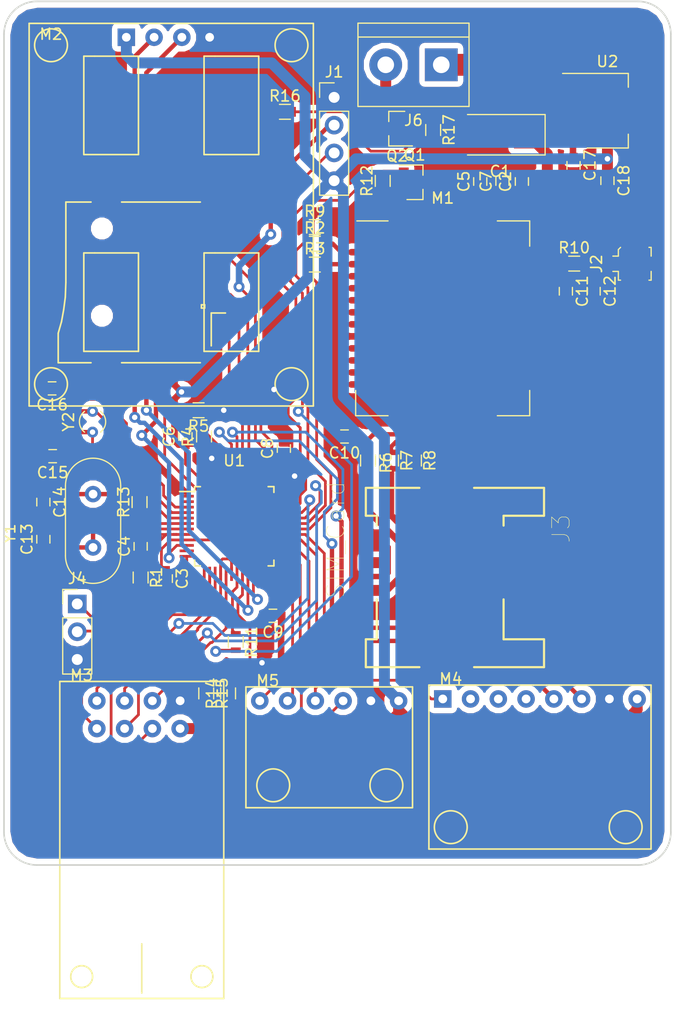
<source format=kicad_pcb>
(kicad_pcb (version 4) (host pcbnew 4.0.7-e2-6376~58~ubuntu16.04.1)
  (layers (0 F.Cu signal) (31 B.Cu signal) (34 B.Paste user) (35 F.Paste user) (36 B.SilkS user) (37 F.SilkS user) (38 B.Mask user) (39 F.Mask user) (44 Edge.Cuts user))
  (net 0 "")
  (net 1 VBAT)
  (net 2 GND)
  (net 3 +3V3)
  (net 4 "Net-(C4-Pad1)")
  (net 5 "Net-(C10-Pad1)")
  (net 6 "Net-(C11-Pad1)")
  (net 7 "Net-(C12-Pad1)")
  (net 8 "Net-(C13-Pad1)")
  (net 9 "Net-(C14-Pad1)")
  (net 10 "Net-(C15-Pad1)")
  (net 11 "Net-(C16-Pad1)")
  (net 12 "Net-(M1-Pad1)")
  (net 13 "Net-(M1-Pad2)")
  (net 14 "Net-(M1-Pad16)")
  (net 15 "Net-(M1-Pad17)")
  (net 16 /GSM_SIM_VDD)
  (net 17 /GSM_PWRKEY)
  (net 18 "Net-(Q1-Pad1)")
  (net 19 "Net-(J6-Pad2)")
  (net 20 /GSM_TX)
  (net 21 /GSM_RX)
  (net 22 "Net-(R4-Pad2)")
  (net 23 /GSM_SIM_DATA)
  (net 24 /GSM_SIM_CLK)
  (net 25 /GSM_SIM_RST)
  (net 26 /PWRKEY)
  (net 27 "Net-(R14-Pad2)")
  (net 28 /BURN_EN)
  (net 29 /CON_TX)
  (net 30 /CON_RX)
  (net 31 /CC_CHIP_RDYn)
  (net 32 /SWD_IO)
  (net 33 /SWD_CLK)
  (net 34 /SD_NSS)
  (net 35 /SD_SCK)
  (net 36 /SD_MISO)
  (net 37 /SD_MOSI)
  (net 38 /CC_NSS1)
  (net 39 /CC_SCK1)
  (net 40 /CC_MOSI1)
  (net 41 /GPS_RX)
  (net 42 /GPS_TX)
  (net 43 /BME_NSS2)
  (net 44 /BME_SCK2)
  (net 45 /BME_MISO2)
  (net 46 /BME_MOSI2)
  (net 47 /MPU_INT)
  (net 48 /CC_GDO2)
  (net 49 /CC_GDO0)
  (net 50 /MPU_SCL1)
  (net 51 /MPU_SDA1)
  (net 52 "Net-(Q2-Pad1)")
  (module Capacitors_Tantalum_SMD:CP_Tantalum_Case-C_EIA-6032-28_Reflow (layer F.Cu) (at 131.4 70.2 180)
    (fp_text reference C1 (at 0 -3.35 180) (layer F.SilkS))
    (fp_text value 100u)
    (pad 1 smd rect (at -2.525 0 180) (size 2.55 2.5) (layers F.Cu F.Paste F.Mask) (net 1 VBAT))
    (pad 2 smd rect (at 2.525 0 180) (size 2.55 2.5) (layers F.Cu F.Paste F.Mask) (net 2 GND))
  )
  (module Capacitors_SMD:C_0603 (layer F.Cu) (at 133.375 74.474 90)
    (fp_text reference C2 (at 0 -1.5 90) (layer F.SilkS))
    (fp_text value 4.7u)
    (pad 2 smd rect (at 0.75 0 90) (size 0.8 0.75) (layers F.Cu F.Paste F.Mask) (net 2 GND))
    (pad 1 smd rect (at -0.75 0 90) (size 0.8 0.75) (layers F.Cu F.Paste F.Mask) (net 1 VBAT))
  )
  (module Capacitors_SMD:C_0603 (layer F.Cu) (at 100.8 110.8 270)
    (fp_text reference C3 (at 0 -1.5 270) (layer F.SilkS))
    (fp_text value " ")
    (pad 2 smd rect (at 0.75 0 270) (size 0.8 0.75) (layers F.Cu F.Paste F.Mask) (net 2 GND))
    (pad 1 smd rect (at -0.75 0 270) (size 0.8 0.75) (layers F.Cu F.Paste F.Mask) (net 3 +3V3))
  )
  (module Capacitors_SMD:C_0603 (layer F.Cu) (at 98.5 107.85 90)
    (fp_text reference C4 (at 0 -1.5 90) (layer F.SilkS))
    (fp_text value 22p)
    (pad 2 smd rect (at 0.75 0 90) (size 0.8 0.75) (layers F.Cu F.Paste F.Mask) (net 2 GND))
    (pad 1 smd rect (at -0.75 0 90) (size 0.8 0.75) (layers F.Cu F.Paste F.Mask) (net 4 "Net-(C4-Pad1)"))
  )
  (module Capacitors_SMD:C_0603 (layer F.Cu) (at 129.565 74.474 90)
    (fp_text reference C5 (at 0 -1.5 90) (layer F.SilkS))
    (fp_text value 33p)
    (pad 2 smd rect (at 0.75 0 90) (size 0.8 0.75) (layers F.Cu F.Paste F.Mask) (net 2 GND))
    (pad 1 smd rect (at -0.75 0 90) (size 0.8 0.75) (layers F.Cu F.Paste F.Mask) (net 1 VBAT))
  )
  (module Capacitors_SMD:C_0603 (layer F.Cu) (at 102.6 97.8 90)
    (fp_text reference C6 (at 0 -1.5 90) (layer F.SilkS))
    (fp_text value " ")
    (pad 2 smd rect (at 0.75 0 90) (size 0.8 0.75) (layers F.Cu F.Paste F.Mask) (net 2 GND))
    (pad 1 smd rect (at -0.75 0 90) (size 0.8 0.75) (layers F.Cu F.Paste F.Mask) (net 3 +3V3))
  )
  (module Capacitors_SMD:C_0603 (layer F.Cu) (at 131.597 74.474 90)
    (fp_text reference C7 (at 0 -1.5 90) (layer F.SilkS))
    (fp_text value 10p)
    (pad 2 smd rect (at 0.75 0 90) (size 0.8 0.75) (layers F.Cu F.Paste F.Mask) (net 2 GND))
    (pad 1 smd rect (at -0.75 0 90) (size 0.8 0.75) (layers F.Cu F.Paste F.Mask) (net 1 VBAT))
  )
  (module Capacitors_SMD:C_0603 (layer F.Cu) (at 111.6 98.9 90)
    (fp_text reference C8 (at 0 -1.5 90) (layer F.SilkS))
    (fp_text value " ")
    (pad 2 smd rect (at 0.75 0 90) (size 0.8 0.75) (layers F.Cu F.Paste F.Mask) (net 2 GND))
    (pad 1 smd rect (at -0.75 0 90) (size 0.8 0.75) (layers F.Cu F.Paste F.Mask) (net 3 +3V3))
  )
  (module Capacitors_SMD:C_0603 (layer F.Cu) (at 110.6 114.2 180)
    (fp_text reference C9 (at 0 -1.5 180) (layer F.SilkS))
    (fp_text value " ")
    (pad 2 smd rect (at 0.75 0 180) (size 0.8 0.75) (layers F.Cu F.Paste F.Mask) (net 2 GND))
    (pad 1 smd rect (at -0.75 0 180) (size 0.8 0.75) (layers F.Cu F.Paste F.Mask) (net 3 +3V3))
  )
  (module Capacitors_SMD:C_0603 (layer F.Cu) (at 117.15 97.8 180)
    (fp_text reference C10 (at 0 -1.5 180) (layer F.SilkS))
    (fp_text value 22p)
    (pad 2 smd rect (at 0.75 0 180) (size 0.8 0.75) (layers F.Cu F.Paste F.Mask) (net 2 GND))
    (pad 1 smd rect (at -0.75 0 180) (size 0.8 0.75) (layers F.Cu F.Paste F.Mask) (net 5 "Net-(C10-Pad1)"))
  )
  (module Capacitors_SMD:C_0603 (layer F.Cu) (at 137.398 84.514 270)
    (fp_text reference C11 (at 0 -1.5 270) (layer F.SilkS))
    (fp_text value 22p)
    (pad 2 smd rect (at 0.75 0 270) (size 0.8 0.75) (layers F.Cu F.Paste F.Mask) (net 2 GND))
    (pad 1 smd rect (at -0.75 0 270) (size 0.8 0.75) (layers F.Cu F.Paste F.Mask) (net 6 "Net-(C11-Pad1)"))
  )
  (module Capacitors_SMD:C_0603 (layer F.Cu) (at 139.938 84.514 270)
    (fp_text reference C12 (at 0 -1.5 270) (layer F.SilkS))
    (fp_text value 22p)
    (pad 2 smd rect (at 0.75 0 270) (size 0.8 0.75) (layers F.Cu F.Paste F.Mask) (net 2 GND))
    (pad 1 smd rect (at -0.75 0 270) (size 0.8 0.75) (layers F.Cu F.Paste F.Mask) (net 7 "Net-(C12-Pad1)"))
  )
  (module Capacitors_SMD:C_0603 (layer F.Cu) (at 89.6 107.2 90)
    (fp_text reference C13 (at 0 -1.5 90) (layer F.SilkS))
    (fp_text value 22p)
    (pad 2 smd rect (at 0.75 0 90) (size 0.8 0.75) (layers F.Cu F.Paste F.Mask) (net 2 GND))
    (pad 1 smd rect (at -0.75 0 90) (size 0.8 0.75) (layers F.Cu F.Paste F.Mask) (net 8 "Net-(C13-Pad1)"))
  )
  (module Capacitors_SMD:C_0603 (layer F.Cu) (at 89.6 103.8 270)
    (fp_text reference C14 (at 0 -1.5 270) (layer F.SilkS))
    (fp_text value 22p)
    (pad 2 smd rect (at 0.75 0 270) (size 0.8 0.75) (layers F.Cu F.Paste F.Mask) (net 2 GND))
    (pad 1 smd rect (at -0.75 0 270) (size 0.8 0.75) (layers F.Cu F.Paste F.Mask) (net 9 "Net-(C14-Pad1)"))
  )
  (module Capacitors_SMD:C_0603 (layer F.Cu) (at 90.45 99.6 180)
    (fp_text reference C15 (at 0 -1.5 180) (layer F.SilkS))
    (fp_text value 22p)
    (pad 2 smd rect (at 0.75 0 180) (size 0.8 0.75) (layers F.Cu F.Paste F.Mask) (net 2 GND))
    (pad 1 smd rect (at -0.75 0 180) (size 0.8 0.75) (layers F.Cu F.Paste F.Mask) (net 10 "Net-(C15-Pad1)"))
  )
  (module Capacitors_SMD:C_0603 (layer F.Cu) (at 90.4 93.4 180)
    (fp_text reference C16 (at 0 -1.5 180) (layer F.SilkS))
    (fp_text value 22p)
    (pad 2 smd rect (at 0.75 0 180) (size 0.8 0.75) (layers F.Cu F.Paste F.Mask) (net 2 GND))
    (pad 1 smd rect (at -0.75 0 180) (size 0.8 0.75) (layers F.Cu F.Paste F.Mask) (net 11 "Net-(C16-Pad1)"))
  )
  (module Capacitors_SMD:C_0603 (layer F.Cu) (at 138.1 73 270)
    (fp_text reference C17 (at 0 -1.5 270) (layer F.SilkS))
    (fp_text value 22p)
    (pad 2 smd rect (at 0.75 0 270) (size 0.8 0.75) (layers F.Cu F.Paste F.Mask) (net 2 GND))
    (pad 1 smd rect (at -0.75 0 270) (size 0.8 0.75) (layers F.Cu F.Paste F.Mask) (net 1 VBAT))
  )
  (module Capacitors_SMD:C_0603 (layer F.Cu) (at 141.2 74.4 270)
    (fp_text reference C18 (at 0 -1.5 270) (layer F.SilkS))
    (fp_text value 22p)
    (pad 2 smd rect (at 0.75 0 270) (size 0.8 0.75) (layers F.Cu F.Paste F.Mask) (net 2 GND))
    (pad 1 smd rect (at -0.75 0 270) (size 0.8 0.75) (layers F.Cu F.Paste F.Mask) (net 3 +3V3))
  )
  (module stratospheric_ballon:SIMCom_SIM800C (layer F.Cu) (at 126.13 86.99)
    (fp_text reference M1 (at 0 -11) (layer F.SilkS))
    (fp_text value SIM800C)
    (pad 1 smd oval (at -7.85 -6.05) (size 1.6 0.6) (layers F.Cu F.Paste F.Mask) (net 12 "Net-(M1-Pad1)"))
    (pad 2 smd oval (at -7.85 -4.95) (size 1.6 0.6) (layers F.Cu F.Paste F.Mask) (net 13 "Net-(M1-Pad2)"))
    (pad 3 smd oval (at -7.85 -3.85) (size 1.6 0.6) (layers F.Cu F.Paste F.Mask))
    (pad 4 smd oval (at -7.85 -2.75) (size 1.6 0.6) (layers F.Cu F.Paste F.Mask))
    (pad 5 smd oval (at -7.85 -1.65) (size 1.6 0.6) (layers F.Cu F.Paste F.Mask))
    (pad 6 smd oval (at -7.85 -0.55) (size 1.6 0.6) (layers F.Cu F.Paste F.Mask))
    (pad 7 smd oval (at -7.85 0.55) (size 1.6 0.6) (layers F.Cu F.Paste F.Mask))
    (pad 8 smd oval (at -7.85 1.65) (size 1.6 0.6) (layers F.Cu F.Paste F.Mask) (net 2 GND))
    (pad 9 smd oval (at -7.85 2.75) (size 1.6 0.6) (layers F.Cu F.Paste F.Mask))
    (pad 10 smd oval (at -7.85 3.85) (size 1.6 0.6) (layers F.Cu F.Paste F.Mask))
    (pad 11 smd oval (at -7.85 4.95) (size 1.6 0.6) (layers F.Cu F.Paste F.Mask))
    (pad 12 smd oval (at -7.85 6.05) (size 1.6 0.6) (layers F.Cu F.Paste F.Mask))
    (pad 13 smd oval (at -4.4 8.8) (size 0.6 1.6) (layers F.Cu F.Paste F.Mask) (net 2 GND))
    (pad 14 smd oval (at -3.3 8.8) (size 0.6 1.6) (layers F.Cu F.Paste F.Mask))
    (pad 15 smd oval (at -2.2 8.8) (size 0.6 1.6) (layers F.Cu F.Paste F.Mask) (net 5 "Net-(C10-Pad1)"))
    (pad 16 smd oval (at -1.1 8.8) (size 0.6 1.6) (layers F.Cu F.Paste F.Mask) (net 14 "Net-(M1-Pad16)"))
    (pad 17 smd oval (at 0 8.8) (size 0.6 1.6) (layers F.Cu F.Paste F.Mask) (net 15 "Net-(M1-Pad17)"))
    (pad 18 smd oval (at 1.1 8.8) (size 0.6 1.6) (layers F.Cu F.Paste F.Mask) (net 16 /GSM_SIM_VDD))
    (pad 19 smd oval (at 2.2 8.8) (size 0.6 1.6) (layers F.Cu F.Paste F.Mask) (net 2 GND))
    (pad 20 smd oval (at 3.3 8.8) (size 0.6 1.6) (layers F.Cu F.Paste F.Mask))
    (pad 21 smd oval (at 4.4 8.8) (size 0.6 1.6) (layers F.Cu F.Paste F.Mask) (net 2 GND))
    (pad 22 smd oval (at 7.85 6.05) (size 1.6 0.6) (layers F.Cu F.Paste F.Mask))
    (pad 23 smd oval (at 7.85 4.95) (size 1.6 0.6) (layers F.Cu F.Paste F.Mask))
    (pad 24 smd oval (at 7.85 3.85) (size 1.6 0.6) (layers F.Cu F.Paste F.Mask))
    (pad 25 smd oval (at 7.85 2.75) (size 1.6 0.6) (layers F.Cu F.Paste F.Mask))
    (pad 26 smd oval (at 7.85 1.65) (size 1.6 0.6) (layers F.Cu F.Paste F.Mask))
    (pad 27 smd oval (at 7.85 0.55) (size 1.6 0.6) (layers F.Cu F.Paste F.Mask) (net 2 GND))
    (pad 28 smd oval (at 7.85 -0.55) (size 1.6 0.6) (layers F.Cu F.Paste F.Mask))
    (pad 29 smd oval (at 7.85 -1.65) (size 1.6 0.6) (layers F.Cu F.Paste F.Mask))
    (pad 30 smd oval (at 7.85 -2.75) (size 1.6 0.6) (layers F.Cu F.Paste F.Mask) (net 2 GND))
    (pad 31 smd oval (at 7.85 -3.85) (size 1.6 0.6) (layers F.Cu F.Paste F.Mask) (net 2 GND))
    (pad 32 smd oval (at 7.85 -4.95) (size 1.6 0.6) (layers F.Cu F.Paste F.Mask) (net 6 "Net-(C11-Pad1)"))
    (pad 33 smd oval (at 7.85 -6.05) (size 1.6 0.6) (layers F.Cu F.Paste F.Mask) (net 2 GND))
    (pad 34 smd oval (at 4.4 -8.8) (size 0.6 1.6) (layers F.Cu F.Paste F.Mask) (net 1 VBAT))
    (pad 35 smd oval (at 3.3 -8.8) (size 0.6 1.6) (layers F.Cu F.Paste F.Mask) (net 1 VBAT))
    (pad 36 smd oval (at 2.2 -8.8) (size 0.6 1.6) (layers F.Cu F.Paste F.Mask) (net 2 GND))
    (pad 37 smd oval (at 1.1 -8.8) (size 0.6 1.6) (layers F.Cu F.Paste F.Mask) (net 2 GND))
    (pad 38 smd oval (at 0 -8.8) (size 0.6 1.6) (layers F.Cu F.Paste F.Mask))
    (pad 39 smd oval (at -1.1 -8.8) (size 0.6 1.6) (layers F.Cu F.Paste F.Mask) (net 17 /GSM_PWRKEY))
    (pad 40 smd oval (at -2.2 -8.8) (size 0.6 1.6) (layers F.Cu F.Paste F.Mask))
    (pad 41 smd oval (at -3.3 -8.8) (size 0.6 1.6) (layers F.Cu F.Paste F.Mask))
    (pad 42 smd oval (at -4.4 -8.8) (size 0.6 1.6) (layers F.Cu F.Paste F.Mask))
  )
  (module Resistors_SMD:R_0603 (layer F.Cu) (at 98.5 110.7 270)
    (fp_text reference R1 (at 0 -1.45 270) (layer F.SilkS))
    (fp_text value R)
    (pad 1 smd rect (at -0.75 0 270) (size 0.5 0.9) (layers F.Cu F.Paste F.Mask) (net 4 "Net-(C4-Pad1)"))
    (pad 2 smd rect (at 0.75 0 270) (size 0.5 0.9) (layers F.Cu F.Paste F.Mask) (net 3 +3V3))
  )
  (module Resistors_SMD:R_0603 (layer F.Cu) (at 114.433 80.17)
    (fp_text reference R2 (at 0 -1.45) (layer F.SilkS))
    (fp_text value R)
    (pad 1 smd rect (at -0.75 0) (size 0.5 0.9) (layers F.Cu F.Paste F.Mask) (net 20 /GSM_TX))
    (pad 2 smd rect (at 0.75 0) (size 0.5 0.9) (layers F.Cu F.Paste F.Mask) (net 12 "Net-(M1-Pad1)"))
  )
  (module Resistors_SMD:R_0603 (layer F.Cu) (at 114.433 82.075)
    (fp_text reference R3 (at 0 -1.45) (layer F.SilkS))
    (fp_text value R)
    (pad 1 smd rect (at -0.75 0) (size 0.5 0.9) (layers F.Cu F.Paste F.Mask) (net 21 /GSM_RX))
    (pad 2 smd rect (at 0.75 0) (size 0.5 0.9) (layers F.Cu F.Paste F.Mask) (net 13 "Net-(M1-Pad2)"))
  )
  (module Resistors_SMD:R_0603 (layer F.Cu) (at 104.3 97.8 90)
    (fp_text reference R4 (at 0 -1.45 90) (layer F.SilkS))
    (fp_text value R)
    (pad 1 smd rect (at -0.75 0 90) (size 0.5 0.9) (layers F.Cu F.Paste F.Mask) (net 3 +3V3))
    (pad 2 smd rect (at 0.75 0 90) (size 0.5 0.9) (layers F.Cu F.Paste F.Mask) (net 22 "Net-(R4-Pad2)"))
  )
  (module Resistors_SMD:R_0603 (layer F.Cu) (at 103.8 95.4 180)
    (fp_text reference R5 (at 0 -1.45 180) (layer F.SilkS))
    (fp_text value R)
    (pad 1 smd rect (at -0.75 0 180) (size 0.5 0.9) (layers F.Cu F.Paste F.Mask) (net 22 "Net-(R4-Pad2)"))
    (pad 2 smd rect (at 0.75 0 180) (size 0.5 0.9) (layers F.Cu F.Paste F.Mask) (net 2 GND))
  )
  (module Resistors_SMD:R_0603 (layer F.Cu) (at 119.3 100 270)
    (fp_text reference R6 (at 0.2 -1.65 270) (layer F.SilkS))
    (fp_text value R)
    (pad 1 smd rect (at -0.75 0 270) (size 0.5 0.9) (layers F.Cu F.Paste F.Mask) (net 5 "Net-(C10-Pad1)"))
    (pad 2 smd rect (at 0.75 0 270) (size 0.5 0.9) (layers F.Cu F.Paste F.Mask) (net 23 /GSM_SIM_DATA))
  )
  (module Resistors_SMD:R_0603 (layer F.Cu) (at 121.4 100 270)
    (fp_text reference R7 (at 0 -1.45 270) (layer F.SilkS))
    (fp_text value R)
    (pad 1 smd rect (at -0.75 0 270) (size 0.5 0.9) (layers F.Cu F.Paste F.Mask) (net 14 "Net-(M1-Pad16)"))
    (pad 2 smd rect (at 0.75 0 270) (size 0.5 0.9) (layers F.Cu F.Paste F.Mask) (net 24 /GSM_SIM_CLK))
  )
  (module Resistors_SMD:R_0603 (layer F.Cu) (at 123.5 100 270)
    (fp_text reference R8 (at 0 -1.45 270) (layer F.SilkS))
    (fp_text value R)
    (pad 1 smd rect (at -0.75 0 270) (size 0.5 0.9) (layers F.Cu F.Paste F.Mask) (net 15 "Net-(M1-Pad17)"))
    (pad 2 smd rect (at 0.75 0 270) (size 0.5 0.9) (layers F.Cu F.Paste F.Mask) (net 25 /GSM_SIM_RST))
  )
  (module Resistors_SMD:R_0603 (layer F.Cu) (at 114.433 78.646)
    (fp_text reference R9 (at 0 -1.45) (layer F.SilkS))
    (fp_text value R)
    (pad 1 smd rect (at -0.75 0) (size 0.5 0.9) (layers F.Cu F.Paste F.Mask) (net 2 GND))
    (pad 2 smd rect (at 0.75 0) (size 0.5 0.9) (layers F.Cu F.Paste F.Mask) (net 12 "Net-(M1-Pad1)"))
  )
  (module Resistors_SMD:R_0603 (layer F.Cu) (at 138.16 81.986)
    (fp_text reference R10 (at 0 -1.45) (layer F.SilkS))
    (fp_text value R)
    (pad 1 smd rect (at -0.75 0) (size 0.5 0.9) (layers F.Cu F.Paste F.Mask) (net 6 "Net-(C11-Pad1)"))
    (pad 2 smd rect (at 0.75 0) (size 0.5 0.9) (layers F.Cu F.Paste F.Mask) (net 7 "Net-(C12-Pad1)"))
  )
  (module Resistors_SMD:R_0603 (layer F.Cu) (at 107.2 116.6 270)
    (fp_text reference R11 (at 0 -1.45 270) (layer F.SilkS))
    (fp_text value R)
    (pad 1 smd rect (at -0.75 0 270) (size 0.5 0.9) (layers F.Cu F.Paste F.Mask) (net 26 /PWRKEY))
    (pad 2 smd rect (at 0.75 0 270) (size 0.5 0.9) (layers F.Cu F.Paste F.Mask) (net 18 "Net-(Q1-Pad1)"))
  )
  (module Resistors_SMD:R_0603 (layer F.Cu) (at 120.645 74.42 90)
    (fp_text reference R12 (at 0 -1.45 90) (layer F.SilkS))
    (fp_text value R)
    (pad 1 smd rect (at -0.75 0 90) (size 0.5 0.9) (layers F.Cu F.Paste F.Mask) (net 2 GND))
    (pad 2 smd rect (at 0.75 0 90) (size 0.5 0.9) (layers F.Cu F.Paste F.Mask) (net 18 "Net-(Q1-Pad1)"))
  )
  (module Resistors_SMD:R_0603 (layer F.Cu) (at 98.4 103.8 90)
    (fp_text reference R13 (at 0 -1.45 90) (layer F.SilkS))
    (fp_text value R)
    (pad 1 smd rect (at -0.75 0 90) (size 0.5 0.9) (layers F.Cu F.Paste F.Mask) (net 8 "Net-(C13-Pad1)"))
    (pad 2 smd rect (at 0.75 0 90) (size 0.5 0.9) (layers F.Cu F.Paste F.Mask) (net 9 "Net-(C14-Pad1)"))
  )
  (module Resistors_SMD:R_0603 (layer F.Cu) (at 106.5 121.3 90)
    (fp_text reference R14 (at 0 -1.45 90) (layer F.SilkS))
    (fp_text value R)
    (pad 1 smd rect (at -0.75 0 90) (size 0.5 0.9) (layers F.Cu F.Paste F.Mask) (net 3 +3V3))
    (pad 2 smd rect (at 0.75 0 90) (size 0.5 0.9) (layers F.Cu F.Paste F.Mask) (net 27 "Net-(R14-Pad2)"))
  )
  (module Resistors_SMD:R_0603 (layer F.Cu) (at 104.5 121.3 270)
    (fp_text reference R15 (at 0 -1.45 270) (layer F.SilkS))
    (fp_text value R)
    (pad 1 smd rect (at -0.75 0 270) (size 0.5 0.9) (layers F.Cu F.Paste F.Mask) (net 27 "Net-(R14-Pad2)"))
    (pad 2 smd rect (at 0.75 0 270) (size 0.5 0.9) (layers F.Cu F.Paste F.Mask) (net 2 GND))
  )
  (module Resistors_SMD:R_0603 (layer F.Cu) (at 111.7 68.1)
    (fp_text reference R16 (at 0 -1.45) (layer F.SilkS))
    (fp_text value R)
    (pad 1 smd rect (at -0.75 0) (size 0.5 0.9) (layers F.Cu F.Paste F.Mask) (net 28 /BURN_EN))
    (pad 2 smd rect (at 0.75 0) (size 0.5 0.9) (layers F.Cu F.Paste F.Mask) (net 52 "Net-(Q2-Pad1)"))
  )
  (module Resistors_SMD:R_0603 (layer F.Cu) (at 125.26 69.765 270)
    (fp_text reference R17 (at 0 -1.45 270) (layer F.SilkS))
    (fp_text value R)
    (pad 1 smd rect (at -0.75 0 270) (size 0.5 0.9) (layers F.Cu F.Paste F.Mask) (net 2 GND))
    (pad 2 smd rect (at 0.75 0 270) (size 0.5 0.9) (layers F.Cu F.Paste F.Mask) (net 52 "Net-(Q2-Pad1)"))
  )
  (module Housings_QFP:LQFP-48_7x7mm_Pitch0.5mm (layer F.Cu) (at 107.065 106.012)
    (fp_text reference U1 (at 0 -6) (layer F.SilkS))
    (fp_text value STM32F103C8Tx)
    (pad 1 smd rect (at -4.35 -2.75) (size 1.3 0.25) (layers F.Cu F.Paste F.Mask) (net 2 GND))
    (pad 2 smd rect (at -4.35 -2.25) (size 1.3 0.25) (layers F.Cu F.Paste F.Mask))
    (pad 3 smd rect (at -4.35 -1.75) (size 1.3 0.25) (layers F.Cu F.Paste F.Mask) (net 11 "Net-(C16-Pad1)"))
    (pad 4 smd rect (at -4.35 -1.25) (size 1.3 0.25) (layers F.Cu F.Paste F.Mask) (net 10 "Net-(C15-Pad1)"))
    (pad 5 smd rect (at -4.35 -0.75) (size 1.3 0.25) (layers F.Cu F.Paste F.Mask) (net 9 "Net-(C14-Pad1)"))
    (pad 6 smd rect (at -4.35 -0.25) (size 1.3 0.25) (layers F.Cu F.Paste F.Mask) (net 8 "Net-(C13-Pad1)"))
    (pad 7 smd rect (at -4.35 0.25) (size 1.3 0.25) (layers F.Cu F.Paste F.Mask) (net 4 "Net-(C4-Pad1)"))
    (pad 8 smd rect (at -4.35 0.75) (size 1.3 0.25) (layers F.Cu F.Paste F.Mask) (net 2 GND))
    (pad 9 smd rect (at -4.35 1.25) (size 1.3 0.25) (layers F.Cu F.Paste F.Mask) (net 3 +3V3))
    (pad 10 smd rect (at -4.35 1.75) (size 1.3 0.25) (layers F.Cu F.Paste F.Mask) (net 28 /BURN_EN))
    (pad 11 smd rect (at -4.35 2.25) (size 1.3 0.25) (layers F.Cu F.Paste F.Mask))
    (pad 12 smd rect (at -4.35 2.75) (size 1.3 0.25) (layers F.Cu F.Paste F.Mask) (net 29 /CON_TX))
    (pad 13 smd rect (at -2.75 4.35 90) (size 1.3 0.25) (layers F.Cu F.Paste F.Mask) (net 30 /CON_RX))
    (pad 14 smd rect (at -2.25 4.35 90) (size 1.3 0.25) (layers F.Cu F.Paste F.Mask) (net 38 /CC_NSS1))
    (pad 15 smd rect (at -1.75 4.35 90) (size 1.3 0.25) (layers F.Cu F.Paste F.Mask) (net 39 /CC_SCK1))
    (pad 16 smd rect (at -1.25 4.35 90) (size 1.3 0.25) (layers F.Cu F.Paste F.Mask) (net 31 /CC_CHIP_RDYn))
    (pad 17 smd rect (at -0.75 4.35 90) (size 1.3 0.25) (layers F.Cu F.Paste F.Mask) (net 40 /CC_MOSI1))
    (pad 18 smd rect (at -0.25 4.35 90) (size 1.3 0.25) (layers F.Cu F.Paste F.Mask) (net 31 /CC_CHIP_RDYn))
    (pad 19 smd rect (at 0.25 4.35 90) (size 1.3 0.25) (layers F.Cu F.Paste F.Mask) (net 26 /PWRKEY))
    (pad 20 smd rect (at 0.75 4.35 90) (size 1.3 0.25) (layers F.Cu F.Paste F.Mask) (net 27 "Net-(R14-Pad2)"))
    (pad 21 smd rect (at 1.25 4.35 90) (size 1.3 0.25) (layers F.Cu F.Paste F.Mask) (net 41 /GPS_RX))
    (pad 22 smd rect (at 1.75 4.35 90) (size 1.3 0.25) (layers F.Cu F.Paste F.Mask) (net 42 /GPS_TX))
    (pad 23 smd rect (at 2.25 4.35 90) (size 1.3 0.25) (layers F.Cu F.Paste F.Mask) (net 2 GND))
    (pad 24 smd rect (at 2.75 4.35 90) (size 1.3 0.25) (layers F.Cu F.Paste F.Mask) (net 3 +3V3))
    (pad 25 smd rect (at 4.35 2.75) (size 1.3 0.25) (layers F.Cu F.Paste F.Mask) (net 43 /BME_NSS2))
    (pad 26 smd rect (at 4.35 2.25) (size 1.3 0.25) (layers F.Cu F.Paste F.Mask) (net 44 /BME_SCK2))
    (pad 27 smd rect (at 4.35 1.75) (size 1.3 0.25) (layers F.Cu F.Paste F.Mask) (net 45 /BME_MISO2))
    (pad 28 smd rect (at 4.35 1.25) (size 1.3 0.25) (layers F.Cu F.Paste F.Mask) (net 46 /BME_MOSI2))
    (pad 29 smd rect (at 4.35 0.75) (size 1.3 0.25) (layers F.Cu F.Paste F.Mask) (net 47 /MPU_INT))
    (pad 30 smd rect (at 4.35 0.25) (size 1.3 0.25) (layers F.Cu F.Paste F.Mask) (net 21 /GSM_RX))
    (pad 31 smd rect (at 4.35 -0.25) (size 1.3 0.25) (layers F.Cu F.Paste F.Mask) (net 20 /GSM_TX))
    (pad 32 smd rect (at 4.35 -0.75) (size 1.3 0.25) (layers F.Cu F.Paste F.Mask) (net 48 /CC_GDO2))
    (pad 33 smd rect (at 4.35 -1.25) (size 1.3 0.25) (layers F.Cu F.Paste F.Mask) (net 49 /CC_GDO0))
    (pad 34 smd rect (at 4.35 -1.75) (size 1.3 0.25) (layers F.Cu F.Paste F.Mask) (net 32 /SWD_IO))
    (pad 35 smd rect (at 4.35 -2.25) (size 1.3 0.25) (layers F.Cu F.Paste F.Mask) (net 2 GND))
    (pad 36 smd rect (at 4.35 -2.75) (size 1.3 0.25) (layers F.Cu F.Paste F.Mask) (net 3 +3V3))
    (pad 37 smd rect (at 2.75 -4.35 90) (size 1.3 0.25) (layers F.Cu F.Paste F.Mask) (net 33 /SWD_CLK))
    (pad 38 smd rect (at 2.25 -4.35 90) (size 1.3 0.25) (layers F.Cu F.Paste F.Mask) (net 34 /SD_NSS))
    (pad 39 smd rect (at 1.75 -4.35 90) (size 1.3 0.25) (layers F.Cu F.Paste F.Mask) (net 35 /SD_SCK))
    (pad 40 smd rect (at 1.25 -4.35 90) (size 1.3 0.25) (layers F.Cu F.Paste F.Mask) (net 36 /SD_MISO))
    (pad 41 smd rect (at 0.75 -4.35 90) (size 1.3 0.25) (layers F.Cu F.Paste F.Mask) (net 37 /SD_MOSI))
    (pad 42 smd rect (at 0.25 -4.35 90) (size 1.3 0.25) (layers F.Cu F.Paste F.Mask) (net 50 /MPU_SCL1))
    (pad 43 smd rect (at -0.25 -4.35 90) (size 1.3 0.25) (layers F.Cu F.Paste F.Mask) (net 51 /MPU_SDA1))
    (pad 44 smd rect (at -0.75 -4.35 90) (size 1.3 0.25) (layers F.Cu F.Paste F.Mask) (net 22 "Net-(R4-Pad2)"))
    (pad 45 smd rect (at -1.25 -4.35 90) (size 1.3 0.25) (layers F.Cu F.Paste F.Mask))
    (pad 46 smd rect (at -1.75 -4.35 90) (size 1.3 0.25) (layers F.Cu F.Paste F.Mask))
    (pad 47 smd rect (at -2.25 -4.35 90) (size 1.3 0.25) (layers F.Cu F.Paste F.Mask) (net 2 GND))
    (pad 48 smd rect (at -2.75 -4.35 90) (size 1.3 0.25) (layers F.Cu F.Paste F.Mask) (net 3 +3V3))
  )
  (module TO_SOT_Packages_SMD:SOT-223 (layer F.Cu) (at 141.2 68)
    (fp_text reference U2 (at 0 -4.5) (layer F.SilkS))
    (fp_text value LM1117-3.3)
    (pad 4 smd rect (at 3.15 0) (size 2 3.8) (layers F.Cu F.Paste F.Mask))
    (pad 2 smd rect (at -3.15 0) (size 2 1.5) (layers F.Cu F.Paste F.Mask) (net 3 +3V3))
    (pad 3 smd rect (at -3.15 2.3) (size 2 1.5) (layers F.Cu F.Paste F.Mask) (net 1 VBAT))
    (pad 1 smd rect (at -3.15 -2.3) (size 2 1.5) (layers F.Cu F.Paste F.Mask) (net 2 GND))
  )
  (module Crystals:Crystal_HC49-4H_Vertical (layer F.Cu) (at 94.148 107.952 90)
    (fp_text reference Y1 (at 1.27 -7.62 90) (layer F.SilkS))
    (fp_text value Crystal)
    (pad 1 thru_hole circle (at 0 0 90) (size 1.5 1.5) (drill 0.8) (layers *.Cu *.Mask) (net 8 "Net-(C13-Pad1)"))
    (pad 2 thru_hole circle (at 4.88 0 90) (size 1.5 1.5) (drill 0.8) (layers *.Cu *.Mask) (net 9 "Net-(C14-Pad1)"))
  )
  (module Crystals:Crystal_Round_d2.0mm_Vertical (layer F.Cu) (at 94.1 97.4 90)
    (fp_text reference Y2 (at 0.95 -2.2 90) (layer F.SilkS))
    (fp_text value Crystal)
    (pad 1 thru_hole circle (at 0 0 90) (size 1 1) (drill 0.5) (layers *.Cu *.Mask) (net 10 "Net-(C15-Pad1)"))
    (pad 2 thru_hole circle (at 1.9 0 90) (size 1 1) (drill 0.5) (layers *.Cu *.Mask) (net 11 "Net-(C16-Pad1)"))
  )
  (module stratospheric_ballon:Conn_uSDcard (layer F.Cu) (at 94.959 83.704 270)
    (fp_text reference XS1)
    (fp_text value uSD_SMD)
    (pad 6 smd rect (at 7.75 -0.4 270) (size 1.2 2.2) (layers F.Cu F.Paste F.Mask) (net 2 GND))
    (pad 6 smd rect (at -7.75 -0.4 270) (size 1.2 2.2) (layers F.Cu F.Paste F.Mask) (net 2 GND))
    (pad 6 smd rect (at 6.85 -10 270) (size 1.6 1.4) (layers F.Cu F.Paste F.Mask) (net 2 GND))
    (pad 6 smd rect (at -7.75 -10 270) (size 1.2 1.4) (layers F.Cu F.Paste F.Mask) (net 2 GND))
    (pad 9 smd rect (at -6.6 -10.5 270) (size 0.7 1.6) (layers F.Cu F.Paste F.Mask))
    (pad 7 smd rect (at -4.4 -10.5 270) (size 0.7 1.6) (layers F.Cu F.Paste F.Mask) (net 36 /SD_MISO))
    (pad 8 smd rect (at -5.5 -10.5 270) (size 0.7 1.6) (layers F.Cu F.Paste F.Mask))
    (pad 6 smd rect (at -3.3 -10.5 270) (size 0.7 1.6) (layers F.Cu F.Paste F.Mask) (net 2 GND))
    (pad 5 smd rect (at -2.2 -10.5 270) (size 0.7 1.6) (layers F.Cu F.Paste F.Mask) (net 35 /SD_SCK))
    (pad 4 smd rect (at -1.1 -10.5 270) (size 0.7 1.6) (layers F.Cu F.Paste F.Mask) (net 3 +3V3))
    (pad 1 smd rect (at 2.2 -10.5 270) (size 0.7 1.6) (layers F.Cu F.Paste F.Mask))
    (pad 2 smd rect (at 1.1 -10.5 270) (size 0.7 1.6) (layers F.Cu F.Paste F.Mask) (net 34 /SD_NSS))
    (pad "" np_thru_hole circle (at 3.05 0 270) (size 1 1) (drill 1) (layers *.Cu))
    (pad "" np_thru_hole circle (at -4.93 0 270) (size 1 1) (drill 1) (layers *.Cu))
    (pad 3 smd rect (at 0 -10.5 270) (size 0.7 1.6) (layers F.Cu F.Paste F.Mask) (net 37 /SD_MOSI))
  )
  (module stratospheric_ballon:SIM_1 (layer F.Cu) (at 125.9 110.7 270)
    (fp_text reference J3 (at -4.46682 -11.0594 270) (layer F.SilkS) (effects (font (size 1.60209 1.60209) (thickness 0.05))))
    (fp_text value SIM_Card (at -3.45121 9.54617 270) (layer F.SilkS) (effects (font (size 1.60289 1.60289) (thickness 0.05))))
    (pad 1 smd rect (at -3.9 -6.3 270) (size 1 1.5) (layers F.Cu F.Paste F.Mask) (net 16 /GSM_SIM_VDD))
    (pad 2 smd rect (at -1.36 -6.3 270) (size 1 1.5) (layers F.Cu F.Paste F.Mask) (net 25 /GSM_SIM_RST))
    (pad 3 smd rect (at 1.18 -6.3 270) (size 1 1.5) (layers F.Cu F.Paste F.Mask) (net 24 /GSM_SIM_CLK))
    (pad 5 smd rect (at -3.9 6.3 270) (size 1 1.5) (layers F.Cu F.Paste F.Mask) (net 2 GND))
    (pad 6 smd rect (at -1.36 6.3 270) (size 1 1.5) (layers F.Cu F.Paste F.Mask))
    (pad 7 smd rect (at 1.18 6.3 270) (size 1 1.5) (layers F.Cu F.Paste F.Mask) (net 23 /GSM_SIM_DATA))
    (pad 8 smd rect (at -7.45 0.75 270) (size 1.5 1.6) (layers F.Cu F.Paste F.Mask))
    (pad 9 smd rect (at 7.45 0.75 270) (size 1.5 1.6) (layers F.Cu F.Paste F.Mask))
    (pad 10 smd rect (at 7.45 -1.95 270) (size 1.5 1.6) (layers F.Cu F.Paste F.Mask))
    (pad 11 smd rect (at -7.45 -1.95 270) (size 1.5 1.6) (layers F.Cu F.Paste F.Mask))
  )
  (module stratospheric_ballon:PinHeader_1x04_P2.54mm_Vertical (layer F.Cu) (at 116.2 66.78)
    (fp_text reference J1 (at 0 -2.33) (layer F.SilkS))
    (fp_text value Conn_01x04)
    (pad 4 thru_hole oval (at 0 7.62) (size 1.7 1.7) (drill 1) (layers *.Cu *.Mask) (net 3 +3V3))
    (pad 3 thru_hole oval (at 0 5.08) (size 1.7 1.7) (drill 1) (layers *.Cu *.Mask) (net 32 /SWD_IO))
    (pad 2 thru_hole oval (at 0 2.54) (size 1.7 1.7) (drill 1) (layers *.Cu *.Mask) (net 33 /SWD_CLK))
    (pad 1 thru_hole rect (at 0 0) (size 1.7 1.7) (drill 1) (layers *.Cu *.Mask) (net 2 GND))
  )
  (module stratospheric_ballon:U.FL_Molex_MCRF_73412-0110_Vertical (layer F.Cu) (at 143.7 82 270)
    (fp_text reference J2 (at 0 3.5 270) (layer F.SilkS))
    (fp_text value UFL)
    (pad 1 smd rect (at 0 1.5 270) (size 1 1) (layers F.Cu F.Paste F.Mask) (net 7 "Net-(C12-Pad1)"))
    (pad 2 smd rect (at 0 -1.5 270) (size 1 1) (layers F.Cu F.Paste F.Mask) (net 2 GND))
    (pad 2 smd rect (at 1.475 0 270) (size 1.05 2.2) (layers F.Cu F.Paste F.Mask) (net 2 GND))
    (pad 2 smd rect (at -1.475 0 270) (size 1.05 2.2) (layers F.Cu F.Paste F.Mask) (net 2 GND))
  )
  (module stratospheric_ballon:PinHeader_1x03_P2.54mm_Vertical (layer F.Cu) (at 92.7 113.12)
    (fp_text reference J4 (at 0 -2.33) (layer F.SilkS))
    (fp_text value Conn_01x03)
    (pad 3 thru_hole oval (at 0 5.08) (size 1.7 1.7) (drill 1) (layers *.Cu *.Mask) (net 2 GND))
    (pad 2 thru_hole oval (at 0 2.54) (size 1.7 1.7) (drill 1) (layers *.Cu *.Mask) (net 30 /CON_RX))
    (pad 1 thru_hole rect (at 0 0) (size 1.7 1.7) (drill 1) (layers *.Cu *.Mask) (net 29 /CON_TX))
  )
  (module Connectors_Terminal_Blocks:TerminalBlock_bornier-2_P5.08mm (layer F.Cu) (at 126 63.8 180)
    (fp_text reference J6 (at 2.54 -5.08 180) (layer F.SilkS))
    (fp_text value Conn_01x02)
    (pad 1 thru_hole rect (at 0 0 180) (size 3 3) (drill 1.52) (layers *.Cu *.Mask) (net 1 VBAT))
    (pad 2 thru_hole circle (at 5.08 0 180) (size 3 3) (drill 1.52) (layers *.Cu *.Mask) (net 19 "Net-(J6-Pad2)"))
  )
  (module TO_SOT_Packages_SMD:SOT-23 (layer F.Cu) (at 121.958 69.638 180)
    (fp_text reference Q2 (at 0 -2.5 180) (layer F.SilkS))
    (fp_text value Q_NMOS_GSD)
    (pad 1 smd rect (at -1 -0.95 180) (size 0.9 0.8) (layers F.Cu F.Paste F.Mask) (net 52 "Net-(Q2-Pad1)"))
    (pad 2 smd rect (at -1 0.95 180) (size 0.9 0.8) (layers F.Cu F.Paste F.Mask) (net 2 GND))
    (pad 3 smd rect (at 1 0 180) (size 0.9 0.8) (layers F.Cu F.Paste F.Mask) (net 19 "Net-(J6-Pad2)"))
  )
  (module TO_SOT_Packages_SMD:SOT-23 (layer F.Cu) (at 123.566 74.547)
    (fp_text reference Q1 (at 0 -2.5) (layer F.SilkS))
    (fp_text value Q_NPN_BEC)
    (pad 1 smd rect (at -1 -0.95) (size 0.9 0.8) (layers F.Cu F.Paste F.Mask) (net 18 "Net-(Q1-Pad1)"))
    (pad 2 smd rect (at -1 0.95) (size 0.9 0.8) (layers F.Cu F.Paste F.Mask) (net 2 GND))
    (pad 3 smd rect (at 1 0) (size 0.9 0.8) (layers F.Cu F.Paste F.Mask) (net 17 /GSM_PWRKEY))
  )
  (module stratospheric_ballon:BME280_MODULE (layer F.Cu) (at 108.13 120.709)
    (fp_text reference M5 (at 2 -0.57) (layer F.SilkS))
    (fp_text value BME280_MODULE)
    (pad 1 thru_hole circle (at 1.27 1.27) (size 1.6 1.6) (drill 0.8) (layers *.Cu *.Mask) (net 45 /BME_MISO2))
    (pad 2 thru_hole circle (at 3.81 1.27) (size 1.6 1.6) (drill 0.8) (layers *.Cu *.Mask) (net 43 /BME_NSS2))
    (pad 3 thru_hole circle (at 6.35 1.27) (size 1.6 1.6) (drill 0.8) (layers *.Cu *.Mask) (net 46 /BME_MOSI2))
    (pad 4 thru_hole circle (at 8.89 1.27) (size 1.6 1.6) (drill 0.8) (layers *.Cu *.Mask) (net 44 /BME_SCK2))
    (pad 5 thru_hole circle (at 11.43 1.27) (size 1.6 1.6) (drill 0.8) (layers *.Cu *.Mask) (net 2 GND))
    (pad 6 thru_hole circle (at 13.97 1.27) (size 1.6 1.6) (drill 0.8) (layers *.Cu *.Mask) (net 3 +3V3))
  )
  (module stratospheric_ballon:GY-GPS6MV2_MODULE (layer F.Cu) (at 88.3 60.011)
    (fp_text reference M2 (at 2 0.989) (layer F.SilkS))
    (fp_text value GY-GPS6MV2)
    (pad 1 thru_hole rect (at 8.89 1.27) (size 1.6 1.6) (drill 0.8) (layers *.Cu *.Mask) (net 3 +3V3))
    (pad 2 thru_hole circle (at 11.43 1.27) (size 1.6 1.6) (drill 0.8) (layers *.Cu *.Mask) (net 41 /GPS_RX))
    (pad 3 thru_hole circle (at 13.97 1.27) (size 1.6 1.6) (drill 0.8) (layers *.Cu *.Mask) (net 42 /GPS_TX))
    (pad 4 thru_hole circle (at 16.51 1.27) (size 1.6 1.6) (drill 0.8) (layers *.Cu *.Mask) (net 2 GND))
  )
  (module stratospheric_ballon:CC1101_MODULE_MIDDLE (layer F.Cu) (at 91.104 120.209)
    (fp_text reference M3 (at 2 -0.57) (layer F.SilkS))
    (fp_text value CC1101_MODULE_MIDDLE)
    (pad 7 thru_hole circle (at 3.39 1.77) (size 1.6 1.6) (drill 0.8) (layers *.Cu *.Mask) (net 49 /CC_GDO0))
    (pad 5 thru_hole circle (at 5.93 1.77) (size 1.6 1.6) (drill 0.8) (layers *.Cu *.Mask) (net 31 /CC_CHIP_RDYn))
    (pad 3 thru_hole circle (at 8.47 1.77) (size 1.6 1.6) (drill 0.8) (layers *.Cu *.Mask) (net 40 /CC_MOSI1))
    (pad 1 thru_hole rect (at 11.01 1.77) (size 1.6 1.6) (drill 0.8) (layers *.Cu *.Mask) (net 2 GND))
    (pad 6 thru_hole circle (at 5.93 4.31) (size 1.6 1.6) (drill 0.8) (layers *.Cu *.Mask) (net 48 /CC_GDO2))
    (pad 4 thru_hole circle (at 8.47 4.31) (size 1.6 1.6) (drill 0.8) (layers *.Cu *.Mask) (net 39 /CC_SCK1))
    (pad 8 thru_hole circle (at 3.39 4.31) (size 1.6 1.6) (drill 0.8) (layers *.Cu *.Mask) (net 38 /CC_NSS1))
    (pad 2 thru_hole circle (at 11.01 4.31) (size 1.6 1.6) (drill 0.8) (layers *.Cu *.Mask) (net 3 +3V3))
  )
  (module stratospheric_ballon:MPU6050_MODULE (layer F.Cu) (at 124.869 120.539)
    (fp_text reference M4 (at 2 -0.57) (layer F.SilkS))
    (fp_text value MPU6050_MODULE)
    (pad 1 thru_hole rect (at 1.27 1.27) (size 1.6 1.6) (drill 0.8) (layers *.Cu *.Mask) (net 47 /MPU_INT))
    (pad 2 thru_hole circle (at 3.81 1.27) (size 1.6 1.6) (drill 0.8) (layers *.Cu *.Mask))
    (pad 3 thru_hole circle (at 6.35 1.27) (size 1.6 1.6) (drill 0.8) (layers *.Cu *.Mask))
    (pad 4 thru_hole circle (at 8.89 1.27) (size 1.6 1.6) (drill 0.8) (layers *.Cu *.Mask))
    (pad 5 thru_hole circle (at 11.43 1.27) (size 1.6 1.6) (drill 0.8) (layers *.Cu *.Mask) (net 51 /MPU_SDA1))
    (pad 6 thru_hole circle (at 13.97 1.27) (size 1.6 1.6) (drill 0.8) (layers *.Cu *.Mask) (net 50 /MPU_SCL1))
    (pad 7 thru_hole circle (at 16.51 1.27) (size 1.6 1.6) (drill 0.8) (layers *.Cu *.Mask) (net 2 GND))
    (pad 8 thru_hole circle (at 19.05 1.27) (size 1.6 1.6) (drill 0.8) (layers *.Cu *.Mask) (net 3 +3V3))
  )
  (gr_arc (start 144 134) (end 147 134) (angle 90) (layer Edge.Cuts) (width 0.15))
  (gr_arc (start 89 134) (end 89 137) (angle 90) (layer Edge.Cuts) (width 0.15))
  (gr_arc (start 144 61) (end 144 58) (angle 90) (layer Edge.Cuts) (width 0.15))
  (gr_arc (start 89 61) (end 86 61) (angle 90) (layer Edge.Cuts) (width 0.15))
  (gr_line (start 147 134) (end 147 61) (layer Edge.Cuts) (width 0.15))
  (gr_line (start 89 137) (end 144 137) (layer Edge.Cuts) (width 0.15))
  (gr_line (start 86 61) (end 86 134) (layer Edge.Cuts) (width 0.15))
  (gr_line (start 89 58) (end 144 58) (layer Edge.Cuts) (width 0.15))
  (segment (start 138.05 70.3) (end 138.05 72.2) (width 0.6) (layer F.Cu) (net 1))
  (segment (start 138.05 72.2) (end 138.1 72.25) (width 0.25) (layer F.Cu) (net 1))
  (segment (start 133.925 70.2) (end 137.95 70.2) (width 1) (layer F.Cu) (net 1))
  (segment (start 137.95 70.2) (end 138.05 70.3) (width 0.25) (layer F.Cu) (net 1))
  (segment (start 133.925 70.2) (end 135.45 70.2) (width 0.25) (layer F.Cu) (net 1))
  (segment (start 129.565 75.224) (end 129.4 75.389) (width 0.5) (layer F.Cu) (net 1))
  (segment (start 129.4 75.389) (end 129.4 77.89) (width 0.5) (layer F.Cu) (net 1))
  (segment (start 133.925 70.2) (end 133.95 70.2) (width 0.25) (layer F.Cu) (net 1))
  (segment (start 133.95 70.2) (end 135.7 71.95) (width 1) (layer F.Cu) (net 1))
  (segment (start 134.176 75.224) (end 133.375 75.224) (width 1) (layer F.Cu) (net 1))
  (segment (start 135.7 73.7) (end 134.176 75.224) (width 1) (layer F.Cu) (net 1))
  (segment (start 135.7 71.95) (end 135.7 73.7) (width 1) (layer F.Cu) (net 1))
  (segment (start 133.925 70.2) (end 133.925 65.825) (width 2) (layer F.Cu) (net 1))
  (segment (start 131.9 63.8) (end 126 63.8) (width 2) (layer F.Cu) (net 1))
  (segment (start 133.925 65.825) (end 131.9 63.8) (width 2) (layer F.Cu) (net 1))
  (segment (start 129.565 75.224) (end 130.5 75.224) (width 1) (layer F.Cu) (net 1))
  (segment (start 130.5 75.224) (end 131.597 75.224) (width 1) (layer F.Cu) (net 1))
  (segment (start 130.53 78.19) (end 130.53 75.254) (width 0.5) (layer F.Cu) (net 1))
  (segment (start 130.53 75.254) (end 130.5 75.224) (width 0.5) (layer F.Cu) (net 1))
  (segment (start 129.565 78.055) (end 129.43 78.19) (width 0.25) (layer F.Cu) (net 1))
  (segment (start 131.83 75.457) (end 131.597 75.224) (width 0.25) (layer F.Cu) (net 1))
  (segment (start 131.597 75.224) (end 133.375 75.224) (width 1) (layer F.Cu) (net 1))
  (segment (start 130.53 78.19) (end 129.43 78.19) (width 0.5) (layer F.Cu) (net 1))
  (segment (start 112.582992 102.12755) (end 112.582992 101.420444) (width 0.25) (layer F.Cu) (net 2))
  (segment (start 112.062548 100.9) (end 112.082993 100.920445) (width 0.25) (layer B.Cu) (net 2))
  (segment (start 112.582992 102.589737) (end 112.582992 102.12755) (width 0.25) (layer F.Cu) (net 2))
  (segment (start 112.593255 102.6) (end 112.582992 102.589737) (width 0.25) (layer F.Cu) (net 2))
  (segment (start 111.8 100.9) (end 112.062548 100.9) (width 0.25) (layer B.Cu) (net 2))
  (segment (start 112.082993 100.920445) (end 112.582992 101.420444) (width 0.25) (layer B.Cu) (net 2))
  (via (at 112.582992 101.420444) (size 1) (drill 0.5) (layers F.Cu B.Cu) (net 2))
  (segment (start 111.8 100.9) (end 110.6 99.7) (width 0.25) (layer B.Cu) (net 2))
  (segment (start 112.9 102) (end 111.8 100.9) (width 0.25) (layer B.Cu) (net 2))
  (segment (start 112.593255 102.6) (end 112.593255 102.306745) (width 0.25) (layer F.Cu) (net 2))
  (segment (start 112.593255 103.483745) (end 112.593255 102.6) (width 0.25) (layer F.Cu) (net 2))
  (segment (start 110.7 93.5) (end 108 93.5) (width 0.25) (layer B.Cu) (net 2))
  (segment (start 108 93.5) (end 106.1 95.4) (width 0.25) (layer B.Cu) (net 2))
  (segment (start 110.7 96.6) (end 110.7 93.5) (width 0.25) (layer F.Cu) (net 2))
  (via (at 110.7 93.5) (size 1) (drill 0.5) (layers F.Cu B.Cu) (net 2))
  (segment (start 111.6 97.5) (end 110.7 96.6) (width 0.25) (layer F.Cu) (net 2))
  (segment (start 111.6 98.15) (end 111.6 97.5) (width 0.25) (layer F.Cu) (net 2))
  (segment (start 113.174988 94.31244) (end 119.56 100.697452) (width 0.25) (layer B.Cu) (net 2))
  (segment (start 103.4 97.492894) (end 103.4 96.8) (width 0.25) (layer B.Cu) (net 2))
  (segment (start 103.4 96.8) (end 105.88756 94.31244) (width 0.25) (layer B.Cu) (net 2))
  (segment (start 104.9 98.992894) (end 103.4 97.492894) (width 0.25) (layer B.Cu) (net 2))
  (segment (start 104.9 99.7) (end 104.9 98.992894) (width 0.25) (layer B.Cu) (net 2))
  (segment (start 119.56 100.697452) (end 119.56 120.84763) (width 0.25) (layer B.Cu) (net 2))
  (segment (start 105.88756 94.31244) (end 113.174988 94.31244) (width 0.25) (layer B.Cu) (net 2))
  (segment (start 119.56 120.84763) (end 119.56 121.979) (width 0.25) (layer B.Cu) (net 2))
  (segment (start 95.018093 94.404998) (end 97.2 96.586905) (width 0.25) (layer F.Cu) (net 2))
  (segment (start 93.404998 94.404998) (end 95.018093 94.404998) (width 0.25) (layer F.Cu) (net 2))
  (segment (start 92.795002 92.9) (end 92.795002 93.795002) (width 0.25) (layer F.Cu) (net 2))
  (segment (start 90.675 92.4) (end 92.295002 92.4) (width 0.25) (layer F.Cu) (net 2))
  (segment (start 92.295002 92.4) (end 92.795002 92.9) (width 0.25) (layer F.Cu) (net 2))
  (segment (start 89.65 93.4) (end 89.675 93.4) (width 0.25) (layer F.Cu) (net 2))
  (segment (start 89.675 93.4) (end 90.675 92.4) (width 0.25) (layer F.Cu) (net 2))
  (segment (start 92.795002 93.795002) (end 93.404998 94.404998) (width 0.25) (layer F.Cu) (net 2))
  (segment (start 97.2 96.586905) (end 97.2 97.372) (width 0.25) (layer F.Cu) (net 2))
  (segment (start 111.415 103.762) (end 112.315 103.762) (width 0.25) (layer F.Cu) (net 2))
  (segment (start 112.315 103.762) (end 112.593255 103.483745) (width 0.25) (layer F.Cu) (net 2))
  (segment (start 110.6 99.7) (end 104.9 99.7) (width 0.25) (layer B.Cu) (net 2))
  (segment (start 104.4 95.5) (end 104.400001 99.200001) (width 0.25) (layer B.Cu) (net 2))
  (segment (start 104.400001 99.200001) (end 104.9 99.7) (width 0.25) (layer B.Cu) (net 2))
  (segment (start 104.5 95.4) (end 104.4 95.5) (width 0.25) (layer B.Cu) (net 2))
  (segment (start 106.1 95.4) (end 104.5 95.4) (width 0.25) (layer B.Cu) (net 2))
  (segment (start 104.959 90.554) (end 104.959 94.259) (width 0.25) (layer F.Cu) (net 2))
  (segment (start 104.959 94.259) (end 106.1 95.4) (width 0.25) (layer F.Cu) (net 2))
  (via (at 106.1 95.4) (size 1) (drill 0.5) (layers F.Cu B.Cu) (net 2))
  (segment (start 102.75 95.4) (end 102.75 95.2) (width 0.25) (layer F.Cu) (net 2))
  (segment (start 102.75 95.2) (end 104.959 92.991) (width 0.25) (layer F.Cu) (net 2))
  (segment (start 104.959 92.991) (end 104.959 91.604) (width 0.25) (layer F.Cu) (net 2))
  (segment (start 104.959 91.604) (end 104.959 90.554) (width 0.25) (layer F.Cu) (net 2))
  (segment (start 102.6 97.05) (end 102.6 95.55) (width 0.25) (layer F.Cu) (net 2))
  (segment (start 102.6 95.55) (end 102.75 95.4) (width 0.25) (layer F.Cu) (net 2))
  (segment (start 109.315 110.362) (end 109.315 111.215) (width 0.25) (layer F.Cu) (net 2))
  (segment (start 109.315 111.215) (end 110.4 112.3) (width 0.25) (layer F.Cu) (net 2))
  (segment (start 110.4 112.3) (end 110.4 113.4) (width 0.25) (layer F.Cu) (net 2))
  (segment (start 110.4 113.4) (end 109.85 113.95) (width 0.25) (layer F.Cu) (net 2))
  (segment (start 109.85 113.95) (end 109.85 114.2) (width 0.25) (layer F.Cu) (net 2))
  (segment (start 110.6 117.5) (end 110.6 114.65) (width 0.25) (layer F.Cu) (net 2))
  (segment (start 109.6 118.5) (end 110.6 117.5) (width 0.25) (layer F.Cu) (net 2))
  (segment (start 103.943 119.1) (end 103.843 119.2) (width 0.25) (layer B.Cu) (net 2))
  (segment (start 103.843 119.2) (end 102.114 120.929) (width 0.25) (layer B.Cu) (net 2))
  (segment (start 104.543 118.5) (end 103.843 119.2) (width 0.25) (layer B.Cu) (net 2))
  (segment (start 102.114 120.929) (end 102.114 121.979) (width 0.25) (layer B.Cu) (net 2))
  (via (at 109.6 118.5) (size 1) (drill 0.5) (layers F.Cu B.Cu) (net 2))
  (segment (start 104.815 101.662) (end 104.815 99.785) (width 0.25) (layer F.Cu) (net 2))
  (segment (start 104.815 99.785) (end 104.9 99.7) (width 0.25) (layer F.Cu) (net 2))
  (segment (start 105.277 100.123) (end 105.64 99.7) (width 0.25) (layer F.Cu) (net 2))
  (segment (start 105.7 99.7) (end 105.64 99.7) (width 0.25) (layer F.Cu) (net 2))
  (via (at 105 99.8) (size 1) (drill 0.5) (layers F.Cu B.Cu) (net 2))
  (segment (start 105.277 100.3) (end 105.277 100.123) (width 0.25) (layer F.Cu) (net 2))
  (segment (start 116.2 66.78) (end 116.2 65.68) (width 0.25) (layer F.Cu) (net 2))
  (segment (start 116.2 65.68) (end 115.52 65) (width 0.25) (layer F.Cu) (net 2))
  (segment (start 102.715 102.887) (end 102.715 103.262) (width 0.25) (layer F.Cu) (net 2))
  (segment (start 100.837999 106.762001) (end 99.869119 106.762001) (width 0.25) (layer F.Cu) (net 2))
  (segment (start 99.869119 106.762001) (end 99.869112 106.762008) (width 0.25) (layer F.Cu) (net 2))
  (segment (start 99.869112 106.762008) (end 98.837992 106.762008) (width 0.25) (layer F.Cu) (net 2))
  (segment (start 98.837992 106.762008) (end 98.5 107.1) (width 0.25) (layer F.Cu) (net 2))
  (segment (start 101.5 106.762001) (end 100.837999 106.762001) (width 0.25) (layer F.Cu) (net 2))
  (segment (start 88.975 106.45) (end 89.6 106.45) (width 0.25) (layer F.Cu) (net 2))
  (segment (start 100.837999 106.762001) (end 99.7 107.9) (width 0.25) (layer F.Cu) (net 2))
  (segment (start 99.7 107.9) (end 99.7 110.1) (width 0.25) (layer F.Cu) (net 2))
  (segment (start 99.7 110.1) (end 99.1 110.7) (width 0.25) (layer F.Cu) (net 2))
  (segment (start 99.1 110.7) (end 89.7 110.7) (width 0.25) (layer F.Cu) (net 2))
  (segment (start 89.7 110.7) (end 88.225 109.225) (width 0.25) (layer F.Cu) (net 2))
  (segment (start 88.225 107.2) (end 88.975 106.45) (width 0.25) (layer F.Cu) (net 2))
  (segment (start 88.225 109.225) (end 88.225 107.2) (width 0.25) (layer F.Cu) (net 2))
  (segment (start 102.685 122.55) (end 102.114 121.979) (width 0.25) (layer F.Cu) (net 2))
  (segment (start 101.5 106.762001) (end 101.764997 106.762001) (width 0.25) (layer F.Cu) (net 2))
  (segment (start 102.715 106.762) (end 101.814999 106.762001) (width 0.25) (layer F.Cu) (net 2))
  (segment (start 101.814999 106.762001) (end 101.5 106.762001) (width 0.25) (layer F.Cu) (net 2))
  (segment (start 101.764997 106.762001) (end 101.764998 106.762) (width 0.25) (layer F.Cu) (net 2))
  (segment (start 89.6 104.55) (end 89.6 106.45) (width 0.25) (layer F.Cu) (net 2))
  (segment (start 89.65 93.4) (end 89.65 99.55) (width 0.25) (layer F.Cu) (net 2))
  (segment (start 89.65 99.55) (end 89.7 99.6) (width 0.25) (layer F.Cu) (net 2))
  (segment (start 141.2 72.4) (end 141.2 73.65) (width 1) (layer F.Cu) (net 3))
  (segment (start 141.2 72.4) (end 118.2 72.4) (width 1) (layer B.Cu) (net 3))
  (segment (start 139.3 68) (end 141.2 69.9) (width 1) (layer F.Cu) (net 3))
  (segment (start 138.05 68) (end 139.3 68) (width 1) (layer F.Cu) (net 3))
  (segment (start 141.2 69.9) (end 141.2 72.4) (width 1) (layer F.Cu) (net 3))
  (via (at 141.2 72.4) (size 1) (drill 0.5) (layers F.Cu B.Cu) (net 3))
  (segment (start 118.2 72.4) (end 116.2 74.4) (width 1) (layer B.Cu) (net 3))
  (segment (start 122.1 121.979) (end 120.8 120.679) (width 1) (layer B.Cu) (net 3))
  (segment (start 120.8 120.679) (end 120.8 97.9) (width 1) (layer B.Cu) (net 3))
  (segment (start 120.8 97.9) (end 117.049999 94.149999) (width 1) (layer B.Cu) (net 3))
  (segment (start 117.049999 94.149999) (end 117.049999 75.249999) (width 1) (layer B.Cu) (net 3))
  (segment (start 117.049999 75.249999) (end 116.2 74.4) (width 1) (layer B.Cu) (net 3))
  (segment (start 102.235 93.726) (end 103.378 93.726) (width 1) (layer B.Cu) (net 3))
  (segment (start 103.378 93.726) (end 113.8 83.304) (width 1) (layer B.Cu) (net 3))
  (segment (start 113.8 83.304) (end 113.8 76.5) (width 1) (layer B.Cu) (net 3))
  (segment (start 113.8 76.5) (end 115.9 74.4) (width 1) (layer B.Cu) (net 3))
  (segment (start 115.9 74.4) (end 116.2 74.4) (width 1) (layer B.Cu) (net 3))
  (segment (start 116.2 74.4) (end 115.8 74.4) (width 1) (layer B.Cu) (net 3))
  (segment (start 97.19 62.9) (end 97.19 61.281) (width 1) (layer B.Cu) (net 3))
  (segment (start 115.8 74.4) (end 113.538 72.138) (width 1) (layer B.Cu) (net 3))
  (segment (start 113.538 72.138) (end 113.538 66.675) (width 1) (layer B.Cu) (net 3))
  (segment (start 113.538 66.675) (end 110.49 63.627) (width 1) (layer B.Cu) (net 3))
  (segment (start 110.49 63.627) (end 97.917 63.627) (width 1) (layer B.Cu) (net 3))
  (segment (start 97.917 63.627) (end 97.19 62.9) (width 1) (layer B.Cu) (net 3))
  (segment (start 109.815 110.362) (end 109.862 110.362) (width 0.25) (layer F.Cu) (net 3))
  (segment (start 109.862 110.362) (end 111.35 111.85) (width 0.25) (layer F.Cu) (net 3))
  (segment (start 111.35 111.85) (end 111.35 114.2) (width 0.25) (layer F.Cu) (net 3))
  (segment (start 111.35 114.2) (end 111.35 118.289998) (width 0.6) (layer F.Cu) (net 3))
  (segment (start 108.9 119.9) (end 106.75 122.05) (width 0.6) (layer F.Cu) (net 3))
  (segment (start 111.35 118.289998) (end 109.739998 119.9) (width 0.6) (layer F.Cu) (net 3))
  (segment (start 106.75 122.05) (end 106.5 122.05) (width 0.6) (layer F.Cu) (net 3))
  (segment (start 109.739998 119.9) (end 108.9 119.9) (width 0.6) (layer F.Cu) (net 3))
  (segment (start 104.315 101.662) (end 103.94 101.662) (width 0.25) (layer F.Cu) (net 3))
  (segment (start 103.94 101.662) (end 102.6 100.322) (width 0.25) (layer F.Cu) (net 3))
  (segment (start 102.6 100.322) (end 102.6 99.2) (width 0.25) (layer F.Cu) (net 3))
  (segment (start 102.6 99.2) (end 102.6 98.55) (width 0.25) (layer F.Cu) (net 3))
  (segment (start 101.6 94.361) (end 101.6 98.2) (width 0.6) (layer F.Cu) (net 3))
  (segment (start 102.235 93.726) (end 101.6 94.361) (width 0.6) (layer F.Cu) (net 3))
  (segment (start 101.625 98.2) (end 101.6 98.2) (width 0.6) (layer F.Cu) (net 3))
  (segment (start 101.975 98.55) (end 101.625 98.2) (width 0.6) (layer F.Cu) (net 3))
  (segment (start 102.6 98.55) (end 101.975 98.55) (width 0.6) (layer F.Cu) (net 3))
  (segment (start 104.3 98.55) (end 102.6 98.55) (width 0.4) (layer F.Cu) (net 3))
  (via (at 102.235 93.726) (size 1) (drill 0.5) (layers F.Cu B.Cu) (net 3))
  (segment (start 122.1 121.979) (end 122.1 122.862) (width 1) (layer F.Cu) (net 3))
  (segment (start 122.1 122.862) (end 123.638 124.4) (width 1) (layer F.Cu) (net 3))
  (segment (start 123.638 124.4) (end 142.3 124.4) (width 1) (layer F.Cu) (net 3))
  (segment (start 142.3 124.4) (end 143.919 122.781) (width 1) (layer F.Cu) (net 3))
  (segment (start 143.919 122.781) (end 143.919 121.809) (width 1) (layer F.Cu) (net 3))
  (segment (start 122.1 121.979) (end 122.1 123.137) (width 1) (layer F.Cu) (net 3))
  (segment (start 122.1 123.137) (end 120.437 124.8) (width 1) (layer F.Cu) (net 3))
  (segment (start 107.633 124.8) (end 106.533 123.7) (width 1) (layer F.Cu) (net 3))
  (segment (start 120.437 124.8) (end 107.633 124.8) (width 1) (layer F.Cu) (net 3))
  (segment (start 101.6 84.4) (end 101.6 93.091) (width 0.6) (layer F.Cu) (net 3))
  (segment (start 103.396 82.604) (end 101.6 84.4) (width 0.6) (layer F.Cu) (net 3))
  (segment (start 105.459 82.604) (end 103.396 82.604) (width 0.6) (layer F.Cu) (net 3))
  (segment (start 102.235 93.726) (end 101.6 93.091) (width 0.6) (layer F.Cu) (net 3))
  (segment (start 102.235 93.853) (end 102.108 93.726) (width 0.25) (layer B.Cu) (net 3))
  (segment (start 102.715 107.262) (end 109.162 107.262) (width 0.25) (layer F.Cu) (net 3))
  (segment (start 109.162 107.262) (end 109.6 107.7) (width 0.25) (layer F.Cu) (net 3))
  (segment (start 110.1 103.70712) (end 110.54512 103.262) (width 0.25) (layer F.Cu) (net 3))
  (segment (start 109.6 107.7) (end 110.1 107.2) (width 0.25) (layer F.Cu) (net 3))
  (segment (start 110.1 107.2) (end 110.1 103.70712) (width 0.25) (layer F.Cu) (net 3))
  (segment (start 109.6 107.9) (end 109.6 107.7) (width 0.25) (layer F.Cu) (net 3))
  (segment (start 109.6 107.9) (end 109.6 109.21) (width 0.25) (layer F.Cu) (net 3))
  (segment (start 109.6 109.21) (end 109.815 109.425) (width 0.25) (layer F.Cu) (net 3))
  (segment (start 109.815 109.425) (end 109.815 110.362) (width 0.25) (layer F.Cu) (net 3))
  (segment (start 102.02212 107.262) (end 101.237989 107.262011) (width 0.25) (layer F.Cu) (net 3))
  (segment (start 101.237989 107.262011) (end 100.4 108.1) (width 0.25) (layer F.Cu) (net 3))
  (segment (start 100.4 108.1) (end 100.4 109.65) (width 0.25) (layer F.Cu) (net 3))
  (segment (start 100.4 109.65) (end 100.8 110.05) (width 0.25) (layer F.Cu) (net 3))
  (segment (start 98.5 111.45) (end 99.425 111.45) (width 0.25) (layer F.Cu) (net 3))
  (segment (start 99.425 111.45) (end 100.8 110.075) (width 0.25) (layer F.Cu) (net 3))
  (segment (start 100.8 110.075) (end 100.8 110.05) (width 0.25) (layer F.Cu) (net 3))
  (segment (start 106.5 123.7) (end 106.533 123.7) (width 0.25) (layer F.Cu) (net 3))
  (segment (start 105.681 124.519) (end 106.5 123.7) (width 1) (layer F.Cu) (net 3))
  (segment (start 102.114 124.519) (end 105.681 124.519) (width 1) (layer F.Cu) (net 3))
  (segment (start 106.5 123.7) (end 106.5 122.05) (width 1) (layer F.Cu) (net 3))
  (segment (start 102.02212 107.262) (end 101.607869 107.262011) (width 0.25) (layer F.Cu) (net 3))
  (segment (start 102.715 107.262) (end 102.02212 107.262) (width 0.25) (layer F.Cu) (net 3))
  (segment (start 110.54512 103.262) (end 111.415 103.262) (width 0.25) (layer F.Cu) (net 3))
  (segment (start 111.7 99.65) (end 111.4 99.95) (width 0.25) (layer F.Cu) (net 3))
  (segment (start 111.4 99.95) (end 111.4 103.247) (width 0.25) (layer F.Cu) (net 3))
  (segment (start 111.4 103.247) (end 111.415 103.262) (width 0.25) (layer F.Cu) (net 3))
  (segment (start 109.815 110.362) (end 109.815 110.949) (width 0.25) (layer F.Cu) (net 3))
  (segment (start 97.1 108.1) (end 97.6 108.6) (width 0.25) (layer F.Cu) (net 4))
  (segment (start 97.6 108.6) (end 98.5 108.6) (width 0.25) (layer F.Cu) (net 4))
  (segment (start 97.1 106.2) (end 97.1 108.1) (width 0.25) (layer F.Cu) (net 4))
  (segment (start 97.5 105.8) (end 97.1 106.2) (width 0.25) (layer F.Cu) (net 4))
  (segment (start 99.2 105.8) (end 97.5 105.8) (width 0.25) (layer F.Cu) (net 4))
  (segment (start 99.662 106.262) (end 99.2 105.8) (width 0.25) (layer F.Cu) (net 4))
  (segment (start 102.715 106.262) (end 99.662 106.262) (width 0.25) (layer F.Cu) (net 4))
  (segment (start 98.5 108.6) (end 98.5 109.95) (width 0.25) (layer F.Cu) (net 4))
  (segment (start 119.3 98.1) (end 119.8 97.6) (width 0.4) (layer F.Cu) (net 5))
  (segment (start 123.93 97.07) (end 123.4 97.6) (width 0.4) (layer F.Cu) (net 5))
  (segment (start 123.93 95.79) (end 123.93 97.07) (width 0.4) (layer F.Cu) (net 5))
  (segment (start 123.4 97.6) (end 120 97.6) (width 0.4) (layer F.Cu) (net 5))
  (segment (start 119.3 98.2) (end 119.3 98.1) (width 0.4) (layer F.Cu) (net 5))
  (segment (start 119.8 97.6) (end 120 97.6) (width 0.4) (layer F.Cu) (net 5))
  (segment (start 119.3 98.2) (end 119.3 98.75) (width 0.4) (layer F.Cu) (net 5))
  (segment (start 119.3 98.2) (end 118.9 97.8) (width 0.4) (layer F.Cu) (net 5))
  (segment (start 118.9 97.8) (end 117.9 97.8) (width 0.4) (layer F.Cu) (net 5))
  (segment (start 119.3 99.25) (end 119.3 98.75) (width 0.4) (layer F.Cu) (net 5))
  (segment (start 133.98 82.04) (end 137.356 82.04) (width 0.6) (layer F.Cu) (net 6))
  (segment (start 137.356 82.04) (end 137.41 81.986) (width 0.25) (layer F.Cu) (net 6))
  (segment (start 137.398 83.764) (end 137.398 81.998) (width 0.6) (layer F.Cu) (net 6))
  (segment (start 137.398 81.998) (end 137.41 81.986) (width 0.25) (layer F.Cu) (net 6))
  (segment (start 138.91 81.986) (end 139.938 81.986) (width 0.6) (layer F.Cu) (net 7))
  (segment (start 139.938 81.986) (end 142.248 81.986) (width 0.6) (layer F.Cu) (net 7))
  (segment (start 139.938 83.764) (end 139.938 81.986) (width 0.6) (layer F.Cu) (net 7))
  (segment (start 142.248 81.986) (end 142.375 82.113) (width 0.25) (layer F.Cu) (net 7))
  (segment (start 98.4 104.55) (end 99.1 104.55) (width 0.25) (layer F.Cu) (net 8))
  (segment (start 99.1 104.55) (end 100.312 105.762) (width 0.25) (layer F.Cu) (net 8))
  (segment (start 100.312 105.762) (end 100.738 105.762) (width 0.25) (layer F.Cu) (net 8))
  (segment (start 96.25 104.55) (end 94.148 106.652) (width 0.4) (layer F.Cu) (net 8))
  (segment (start 94.148 106.652) (end 94.148 107.952) (width 0.4) (layer F.Cu) (net 8))
  (segment (start 98.4 104.55) (end 96.25 104.55) (width 0.4) (layer F.Cu) (net 8))
  (segment (start 100.738 105.762) (end 102.715 105.762) (width 0.25) (layer F.Cu) (net 8))
  (segment (start 89.6 107.95) (end 94.146 107.95) (width 0.4) (layer F.Cu) (net 8))
  (segment (start 94.146 107.95) (end 94.148 107.952) (width 0.25) (layer F.Cu) (net 8))
  (segment (start 98.4 103.05) (end 98.6 103.05) (width 0.25) (layer F.Cu) (net 9))
  (segment (start 98.6 103.05) (end 98.65 103.1) (width 0.25) (layer F.Cu) (net 9))
  (segment (start 98.65 103.1) (end 98.8 103.1) (width 0.25) (layer F.Cu) (net 9))
  (segment (start 98.8 103.1) (end 100.962 105.262) (width 0.25) (layer F.Cu) (net 9))
  (segment (start 100.962 105.262) (end 102.715 105.262) (width 0.25) (layer F.Cu) (net 9))
  (segment (start 94.148 103.072) (end 98.378 103.072) (width 0.4) (layer F.Cu) (net 9))
  (segment (start 98.378 103.072) (end 98.4 103.05) (width 0.25) (layer F.Cu) (net 9))
  (segment (start 94.176 103.1) (end 94.148 103.072) (width 0.25) (layer F.Cu) (net 9))
  (segment (start 90.072 103.072) (end 90.05 103.05) (width 0.25) (layer F.Cu) (net 9))
  (segment (start 90.05 103.05) (end 89.6 103.05) (width 0.4) (layer F.Cu) (net 9))
  (segment (start 94.148 103.072) (end 90.072 103.072) (width 0.4) (layer F.Cu) (net 9))
  (segment (start 94.1 97.4) (end 94.1 98.6) (width 0.25) (layer F.Cu) (net 10))
  (segment (start 94.1 98.6) (end 96.8 101.3) (width 0.25) (layer F.Cu) (net 10))
  (segment (start 96.8 101.3) (end 98.5 101.3) (width 0.25) (layer F.Cu) (net 10))
  (segment (start 98.5 101.3) (end 99.8 102.6) (width 0.25) (layer F.Cu) (net 10))
  (segment (start 99.8 102.6) (end 99.8 103.2) (width 0.25) (layer F.Cu) (net 10))
  (segment (start 99.8 103.2) (end 101.362 104.762) (width 0.25) (layer F.Cu) (net 10))
  (segment (start 101.362 104.762) (end 102.715 104.762) (width 0.25) (layer F.Cu) (net 10))
  (segment (start 94.1 97.4) (end 92.1 97.4) (width 0.4) (layer F.Cu) (net 10))
  (segment (start 92.1 97.4) (end 91.2 98.3) (width 0.4) (layer F.Cu) (net 10))
  (segment (start 91.2 98.3) (end 91.2 99.6) (width 0.4) (layer F.Cu) (net 10))
  (segment (start 94.1 95.5) (end 94.4 95.5) (width 0.25) (layer F.Cu) (net 11))
  (segment (start 94.4 95.5) (end 95.4 96.5) (width 0.25) (layer F.Cu) (net 11))
  (segment (start 97.8 100.5) (end 98.8 100.5) (width 0.25) (layer F.Cu) (net 11))
  (segment (start 95.4 96.5) (end 95.4 98.1) (width 0.25) (layer F.Cu) (net 11))
  (segment (start 101.662 104.262) (end 102.715 104.262) (width 0.25) (layer F.Cu) (net 11))
  (segment (start 95.4 98.1) (end 97.8 100.5) (width 0.25) (layer F.Cu) (net 11))
  (segment (start 98.8 100.5) (end 100.6 102.3) (width 0.25) (layer F.Cu) (net 11))
  (segment (start 100.6 102.3) (end 100.6 103.2) (width 0.25) (layer F.Cu) (net 11))
  (segment (start 100.6 103.2) (end 101.662 104.262) (width 0.25) (layer F.Cu) (net 11))
  (segment (start 94.1 95.5) (end 92 95.5) (width 0.4) (layer F.Cu) (net 11))
  (segment (start 92 95.5) (end 91.15 94.65) (width 0.4) (layer F.Cu) (net 11))
  (segment (start 91.15 94.65) (end 91.15 93.4) (width 0.4) (layer F.Cu) (net 11))
  (segment (start 115.183 78.646) (end 115.183 80.17) (width 0.4) (layer F.Cu) (net 12))
  (segment (start 116.84 80.94) (end 116.07 80.17) (width 0.4) (layer F.Cu) (net 12))
  (segment (start 116.07 80.17) (end 115.183 80.17) (width 0.4) (layer F.Cu) (net 12))
  (segment (start 118.28 80.94) (end 116.84 80.94) (width 0.4) (layer F.Cu) (net 12))
  (segment (start 118.28 82.04) (end 115.218 82.04) (width 0.4) (layer F.Cu) (net 13))
  (segment (start 115.218 82.04) (end 115.183 82.075) (width 0.25) (layer F.Cu) (net 13))
  (segment (start 125.03 95.79) (end 125.03 97.27) (width 0.4) (layer F.Cu) (net 14))
  (segment (start 125.03 97.27) (end 124 98.3) (width 0.4) (layer F.Cu) (net 14))
  (segment (start 124 98.3) (end 121.85 98.3) (width 0.4) (layer F.Cu) (net 14))
  (segment (start 121.85 98.3) (end 121.4 98.75) (width 0.4) (layer F.Cu) (net 14))
  (segment (start 121.4 98.75) (end 121.4 99.25) (width 0.4) (layer F.Cu) (net 14))
  (segment (start 123.5 99.25) (end 124.55 99.25) (width 0.4) (layer F.Cu) (net 15))
  (segment (start 126.13 97.67) (end 126.13 95.79) (width 0.4) (layer F.Cu) (net 15))
  (segment (start 124.55 99.25) (end 126.13 97.67) (width 0.4) (layer F.Cu) (net 15))
  (segment (start 132.2 106.8) (end 132.2 103.2) (width 0.4) (layer F.Cu) (net 16))
  (segment (start 127.23 98.23) (end 127.23 95.79) (width 0.4) (layer F.Cu) (net 16))
  (segment (start 131.2 102.2) (end 127.23 98.23) (width 0.4) (layer F.Cu) (net 16))
  (segment (start 132.2 103.2) (end 131.2 102.2) (width 0.4) (layer F.Cu) (net 16))
  (segment (start 124.566 75.674) (end 125.03 76.138) (width 0.6) (layer F.Cu) (net 17))
  (segment (start 124.566 74.547) (end 124.566 75.674) (width 0.6) (layer F.Cu) (net 17))
  (segment (start 125.03 76.138) (end 125.03 78.19) (width 0.6) (layer F.Cu) (net 17))
  (segment (start 120.645 73.67) (end 119.73 73.67) (width 0.25) (layer F.Cu) (net 18))
  (segment (start 119.73 73.67) (end 117.2 76.2) (width 0.25) (layer F.Cu) (net 18))
  (segment (start 113.3 95.1) (end 112.92499 95.47501) (width 0.25) (layer F.Cu) (net 18))
  (segment (start 117.2 76.2) (end 113.9 76.2) (width 0.25) (layer F.Cu) (net 18))
  (segment (start 113.9 76.2) (end 112.2 77.9) (width 0.25) (layer F.Cu) (net 18))
  (segment (start 112.2 77.9) (end 112.2 83.6) (width 0.25) (layer F.Cu) (net 18))
  (segment (start 112.2 83.6) (end 113.3 84.7) (width 0.25) (layer F.Cu) (net 18))
  (segment (start 112.92499 95.47501) (end 112.92499 95.5) (width 0.25) (layer F.Cu) (net 18))
  (segment (start 113.3 84.7) (end 113.3 95.1) (width 0.25) (layer F.Cu) (net 18))
  (segment (start 105.469809 117.35) (end 105.366176 117.453633) (width 0.25) (layer F.Cu) (net 18))
  (segment (start 107.2 117.35) (end 105.469809 117.35) (width 0.25) (layer F.Cu) (net 18))
  (segment (start 106.073282 117.453633) (end 105.366176 117.453633) (width 0.25) (layer B.Cu) (net 18))
  (segment (start 117.8 110.6) (end 110.946367 117.453633) (width 0.25) (layer B.Cu) (net 18))
  (segment (start 117.8 100.37501) (end 117.8 110.6) (width 0.25) (layer B.Cu) (net 18))
  (segment (start 112.92499 95.5) (end 117.8 100.37501) (width 0.25) (layer B.Cu) (net 18))
  (segment (start 110.946367 117.453633) (end 106.073282 117.453633) (width 0.25) (layer B.Cu) (net 18))
  (via (at 105.366176 117.453633) (size 1) (drill 0.5) (layers F.Cu B.Cu) (net 18))
  (via (at 112.92499 95.5) (size 1) (drill 0.5) (layers F.Cu B.Cu) (net 18))
  (segment (start 122.566 73.597) (end 120.718 73.597) (width 0.4) (layer F.Cu) (net 18))
  (segment (start 120.718 73.597) (end 120.645 73.67) (width 0.25) (layer F.Cu) (net 18))
  (segment (start 120.92 63.8) (end 120.92 69.6) (width 1) (layer F.Cu) (net 19))
  (segment (start 120.92 69.6) (end 120.958 69.638) (width 0.25) (layer F.Cu) (net 19))
  (segment (start 111.415 105.762) (end 113.744124 105.762) (width 0.25) (layer F.Cu) (net 20))
  (segment (start 113.744124 105.762) (end 115.4 104.106124) (width 0.25) (layer F.Cu) (net 20))
  (segment (start 112.7 83.1) (end 112.7 80.8) (width 0.25) (layer F.Cu) (net 20))
  (segment (start 112.7 80.8) (end 113.33 80.17) (width 0.25) (layer F.Cu) (net 20))
  (segment (start 115.4 104.106124) (end 115.4 101.9) (width 0.25) (layer F.Cu) (net 20))
  (segment (start 115.4 101.9) (end 113.8 100.3) (width 0.25) (layer F.Cu) (net 20))
  (segment (start 113.8 100.3) (end 113.8 84.2) (width 0.25) (layer F.Cu) (net 20))
  (segment (start 113.8 84.2) (end 112.7 83.1) (width 0.25) (layer F.Cu) (net 20))
  (segment (start 113.33 80.17) (end 113.683 80.17) (width 0.25) (layer F.Cu) (net 20))
  (segment (start 113.683 80.17) (end 113.544 80.17) (width 0.25) (layer F.Cu) (net 20))
  (segment (start 111.415 106.262) (end 113.951246 106.262) (width 0.25) (layer F.Cu) (net 21))
  (segment (start 113.951246 106.262) (end 115.9 104.313246) (width 0.25) (layer F.Cu) (net 21))
  (segment (start 115.9 104.313246) (end 115.9 101.2) (width 0.25) (layer F.Cu) (net 21))
  (segment (start 115.9 101.2) (end 114.6 99.9) (width 0.25) (layer F.Cu) (net 21))
  (segment (start 114.6 83.7) (end 113.683 82.783) (width 0.25) (layer F.Cu) (net 21))
  (segment (start 114.6 99.9) (end 114.6 83.7) (width 0.25) (layer F.Cu) (net 21))
  (segment (start 113.683 82.783) (end 113.683 82.775) (width 0.25) (layer F.Cu) (net 21))
  (segment (start 113.683 82.775) (end 113.683 82.075) (width 0.25) (layer F.Cu) (net 21))
  (segment (start 113.683 82.075) (end 113.683 81.96) (width 0.25) (layer F.Cu) (net 21))
  (segment (start 104.55 95.4) (end 104.4 95.55) (width 0.4) (layer F.Cu) (net 22))
  (segment (start 104.4 95.55) (end 104.4 96.95) (width 0.4) (layer F.Cu) (net 22))
  (segment (start 104.4 96.95) (end 104.3 97.05) (width 0.4) (layer F.Cu) (net 22))
  (segment (start 104.25 97) (end 104.3 97.05) (width 0.25) (layer F.Cu) (net 22))
  (segment (start 106.315 101.662) (end 106.315 99.310002) (width 0.25) (layer F.Cu) (net 22))
  (segment (start 106.315 99.310002) (end 104.3 97.295002) (width 0.25) (layer F.Cu) (net 22))
  (segment (start 104.3 97.295002) (end 104.3 97.05) (width 0.25) (layer F.Cu) (net 22))
  (segment (start 122.2 107.5) (end 119.3 104.6) (width 0.6) (layer F.Cu) (net 23))
  (segment (start 122.2 110.7) (end 122.2 107.5) (width 0.6) (layer F.Cu) (net 23))
  (segment (start 121.02 111.88) (end 122.2 110.7) (width 0.6) (layer F.Cu) (net 23))
  (segment (start 119.6 111.88) (end 121.02 111.88) (width 0.6) (layer F.Cu) (net 23))
  (segment (start 119.3 101.25) (end 119.3 104.6) (width 0.6) (layer F.Cu) (net 23))
  (segment (start 119.3 100.75) (end 119.3 101.25) (width 0.6) (layer F.Cu) (net 23))
  (segment (start 128.28 111.88) (end 121.4 105) (width 0.6) (layer F.Cu) (net 24))
  (segment (start 131.2 111.88) (end 128.28 111.88) (width 0.6) (layer F.Cu) (net 24))
  (segment (start 131.2 111.88) (end 132.2 111.88) (width 0.6) (layer F.Cu) (net 24))
  (segment (start 121.4 101.25) (end 121.4 105) (width 0.6) (layer F.Cu) (net 24))
  (segment (start 121.4 100.75) (end 121.4 101.25) (width 0.6) (layer F.Cu) (net 24))
  (segment (start 127.34 109.34) (end 123.5 105.5) (width 0.6) (layer F.Cu) (net 25))
  (segment (start 131.2 109.34) (end 127.34 109.34) (width 0.6) (layer F.Cu) (net 25))
  (segment (start 131.2 109.34) (end 132.2 109.34) (width 0.6) (layer F.Cu) (net 25))
  (segment (start 123.5 101.25) (end 123.5 105.5) (width 0.6) (layer F.Cu) (net 25))
  (segment (start 123.5 100.75) (end 123.5 101.25) (width 0.6) (layer F.Cu) (net 25))
  (segment (start 107.315 110.362) (end 107.315 111.585) (width 0.25) (layer F.Cu) (net 26))
  (segment (start 107.315 111.585) (end 106.9 112) (width 0.25) (layer F.Cu) (net 26))
  (segment (start 106.9 115.55) (end 107.2 115.85) (width 0.25) (layer F.Cu) (net 26))
  (segment (start 106.9 112) (end 106.9 115.55) (width 0.25) (layer F.Cu) (net 26))
  (segment (start 107.815 110.362) (end 107.815 112.285) (width 0.25) (layer F.Cu) (net 27))
  (segment (start 107.815 112.285) (end 107.4 112.7) (width 0.25) (layer F.Cu) (net 27))
  (segment (start 107.4 112.7) (end 107.4 114.1) (width 0.25) (layer F.Cu) (net 27))
  (segment (start 107.4 114.1) (end 108.5 115.2) (width 0.25) (layer F.Cu) (net 27))
  (segment (start 108.5 115.2) (end 108.5 118.2) (width 0.25) (layer F.Cu) (net 27))
  (segment (start 108.5 118.2) (end 106.5 120.2) (width 0.25) (layer F.Cu) (net 27))
  (segment (start 106.5 120.2) (end 106.5 120.55) (width 0.25) (layer F.Cu) (net 27))
  (segment (start 106.5 120.55) (end 104.5 120.55) (width 0.25) (layer F.Cu) (net 27))
  (segment (start 108.4 68.2) (end 99.9 76.7) (width 0.4) (layer F.Cu) (net 28))
  (segment (start 110.95 68.1) (end 108.5 68.1) (width 0.4) (layer F.Cu) (net 28))
  (segment (start 108.5 68.1) (end 108.4 68.2) (width 0.4) (layer F.Cu) (net 28))
  (segment (start 99.9 76.7) (end 99.9 96.4) (width 0.4) (layer F.Cu) (net 28))
  (segment (start 99.9 96.4) (end 98.6 97.7) (width 0.4) (layer F.Cu) (net 28))
  (segment (start 101.1 108.9) (end 101.1 100.2) (width 0.4) (layer B.Cu) (net 28))
  (segment (start 101.1 100.2) (end 98.899999 97.999999) (width 0.4) (layer B.Cu) (net 28))
  (via (at 98.6 97.7) (size 1) (drill 0.5) (layers F.Cu B.Cu) (net 28))
  (segment (start 98.899999 97.999999) (end 98.6 97.7) (width 0.4) (layer B.Cu) (net 28))
  (segment (start 101.1 108.477) (end 101.1 108.9) (width 0.25) (layer F.Cu) (net 28))
  (segment (start 101.815 107.762) (end 101.1 108.477) (width 0.25) (layer F.Cu) (net 28))
  (segment (start 102.715 107.762) (end 101.815 107.762) (width 0.25) (layer F.Cu) (net 28))
  (via (at 101.1 108.9) (size 1) (drill 0.5) (layers F.Cu B.Cu) (net 28))
  (segment (start 92.7 113.12) (end 92.92 112.9) (width 0.25) (layer F.Cu) (net 29))
  (segment (start 92.92 112.9) (end 92.92 113.22) (width 0.25) (layer F.Cu) (net 29))
  (segment (start 98.5 114.8) (end 100.6 112.7) (width 0.25) (layer F.Cu) (net 29))
  (segment (start 100.6 112.7) (end 101.5 112.7) (width 0.25) (layer F.Cu) (net 29))
  (segment (start 102.715 109.137) (end 102.715 108.762) (width 0.25) (layer F.Cu) (net 29))
  (segment (start 92.92 113.22) (end 94.5 114.8) (width 0.25) (layer F.Cu) (net 29))
  (segment (start 94.5 114.8) (end 98.5 114.8) (width 0.25) (layer F.Cu) (net 29))
  (segment (start 101.5 112.7) (end 102.715 111.485) (width 0.25) (layer F.Cu) (net 29))
  (segment (start 102.715 111.485) (end 102.715 109.137) (width 0.25) (layer F.Cu) (net 29))
  (segment (start 92.7 115.66) (end 92.76 115.6) (width 0.25) (layer F.Cu) (net 30))
  (segment (start 92.76 115.6) (end 98.8 115.6) (width 0.25) (layer F.Cu) (net 30))
  (segment (start 98.8 115.6) (end 100.9 113.5) (width 0.25) (layer F.Cu) (net 30))
  (segment (start 100.9 113.5) (end 102.9 113.5) (width 0.25) (layer F.Cu) (net 30))
  (segment (start 104.3 112.1) (end 104.3 110.902) (width 0.25) (layer F.Cu) (net 30))
  (segment (start 102.9 113.5) (end 104.3 112.1) (width 0.25) (layer F.Cu) (net 30))
  (segment (start 104.3 110.902) (end 104.315 110.887) (width 0.25) (layer F.Cu) (net 30))
  (segment (start 104.315 110.887) (end 104.315 110.362) (width 0.25) (layer F.Cu) (net 30))
  (segment (start 103.724998 115.355008) (end 103.724998 115.475002) (width 0.25) (layer F.Cu) (net 31))
  (segment (start 97.034 120.84763) (end 97.034 121.979) (width 0.25) (layer F.Cu) (net 31))
  (segment (start 105.815 110.362) (end 105.815 113.265006) (width 0.25) (layer F.Cu) (net 31))
  (segment (start 100.1 119.1) (end 98.78163 119.1) (width 0.25) (layer F.Cu) (net 31))
  (segment (start 98.78163 119.1) (end 97.034 120.84763) (width 0.25) (layer F.Cu) (net 31))
  (segment (start 105.815 113.265006) (end 103.724998 115.355008) (width 0.25) (layer F.Cu) (net 31))
  (segment (start 103.724998 115.475002) (end 100.1 119.1) (width 0.25) (layer F.Cu) (net 31))
  (segment (start 106.815 110.362) (end 106.815 109.215) (width 0.25) (layer F.Cu) (net 31))
  (segment (start 106.815 109.215) (end 106.6 109) (width 0.25) (layer F.Cu) (net 31))
  (segment (start 105.815 109.185) (end 105.815 110.362) (width 0.25) (layer F.Cu) (net 31))
  (segment (start 106.6 109) (end 106 109) (width 0.25) (layer F.Cu) (net 31))
  (segment (start 106 109) (end 105.815 109.185) (width 0.25) (layer F.Cu) (net 31))
  (segment (start 116.2 71.86) (end 115.74 71.86) (width 0.25) (layer F.Cu) (net 32))
  (segment (start 115.74 71.86) (end 111.5 76.1) (width 0.25) (layer F.Cu) (net 32))
  (segment (start 112.315 104.262) (end 111.415 104.262) (width 0.25) (layer F.Cu) (net 32))
  (segment (start 111.5 76.1) (end 111.5 83.9) (width 0.25) (layer F.Cu) (net 32))
  (segment (start 113.1 97) (end 113.1 100.7) (width 0.25) (layer F.Cu) (net 32))
  (segment (start 111.5 83.9) (end 112.7 85.1) (width 0.25) (layer F.Cu) (net 32))
  (segment (start 112.7 85.1) (end 112.7 94.3) (width 0.25) (layer F.Cu) (net 32))
  (segment (start 112.7 94.3) (end 112 95) (width 0.25) (layer F.Cu) (net 32))
  (segment (start 112 95) (end 112 95.9) (width 0.25) (layer F.Cu) (net 32))
  (segment (start 113.1 100.7) (end 113.6 101.2) (width 0.25) (layer F.Cu) (net 32))
  (segment (start 112 95.9) (end 113.1 97) (width 0.25) (layer F.Cu) (net 32))
  (segment (start 113.6 101.2) (end 113.6 102.666546) (width 0.25) (layer F.Cu) (net 32))
  (segment (start 113.6 102.666546) (end 113.093266 103.17328) (width 0.25) (layer F.Cu) (net 32))
  (segment (start 113.093266 103.17328) (end 113.093266 103.906734) (width 0.25) (layer F.Cu) (net 32))
  (segment (start 113.093266 103.906734) (end 112.738 104.262) (width 0.25) (layer F.Cu) (net 32))
  (segment (start 112.738 104.262) (end 112.315 104.262) (width 0.25) (layer F.Cu) (net 32))
  (segment (start 107.5 84.1) (end 107.5 82.2) (width 0.6) (layer B.Cu) (net 33))
  (via (at 107.5 84.1) (size 1) (drill 0.5) (layers F.Cu B.Cu) (net 33))
  (via (at 110.4 79.3) (size 1) (drill 0.5) (layers F.Cu B.Cu) (net 33))
  (segment (start 110.4 74.7) (end 115.78 69.32) (width 0.4) (layer F.Cu) (net 33))
  (segment (start 108.3 84.9) (end 108.3 92.985) (width 0.25) (layer F.Cu) (net 33))
  (segment (start 109.815 98.8) (end 109.7 98.8) (width 0.25) (layer F.Cu) (net 33))
  (segment (start 109.815 98.8) (end 109.815 101.662) (width 0.25) (layer F.Cu) (net 33))
  (segment (start 109 98.1) (end 109 93.685) (width 0.25) (layer F.Cu) (net 33))
  (segment (start 109.7 98.8) (end 109 98.1) (width 0.25) (layer F.Cu) (net 33))
  (segment (start 108.3 92.985) (end 109 93.685) (width 0.25) (layer F.Cu) (net 33))
  (segment (start 110.4 79.3) (end 110.4 74.7) (width 0.4) (layer F.Cu) (net 33))
  (segment (start 108.3 84.9) (end 107.5 84.1) (width 0.25) (layer F.Cu) (net 33))
  (segment (start 107.7 82) (end 110.4 79.3) (width 0.6) (layer B.Cu) (net 33))
  (segment (start 107.5 82.2) (end 107.7 82) (width 0.6) (layer B.Cu) (net 33))
  (segment (start 115.78 69.32) (end 116.2 69.32) (width 0.4) (layer F.Cu) (net 33))
  (segment (start 109.315 101.662) (end 109.315 99.815) (width 0.25) (layer F.Cu) (net 34))
  (segment (start 109.315 99.815) (end 108.4 98.9) (width 0.25) (layer F.Cu) (net 34))
  (segment (start 108.4 98.9) (end 108.4 94.4) (width 0.25) (layer F.Cu) (net 34))
  (segment (start 108.4 94.4) (end 107.5 93.5) (width 0.25) (layer F.Cu) (net 34))
  (segment (start 107.5 93.5) (end 107.5 85.6) (width 0.25) (layer F.Cu) (net 34))
  (segment (start 107.5 85.6) (end 106.704 84.804) (width 0.25) (layer F.Cu) (net 34))
  (segment (start 106.704 84.804) (end 105.459 84.804) (width 0.25) (layer F.Cu) (net 34))
  (segment (start 108.815 101.662) (end 108.815 102.562) (width 0.25) (layer F.Cu) (net 35))
  (segment (start 106.604 81.504) (end 105.459 81.504) (width 0.25) (layer F.Cu) (net 35))
  (segment (start 108.815 102.562) (end 109.353 103.1) (width 0.25) (layer F.Cu) (net 35))
  (segment (start 109.353 103.1) (end 110 103.1) (width 0.25) (layer F.Cu) (net 35))
  (segment (start 110 103.1) (end 110.5 102.6) (width 0.25) (layer F.Cu) (net 35))
  (segment (start 109 83.9) (end 106.604 81.504) (width 0.25) (layer F.Cu) (net 35))
  (segment (start 110.5 102.6) (end 110.5 98.2) (width 0.25) (layer F.Cu) (net 35))
  (segment (start 109 92.4) (end 109 83.9) (width 0.25) (layer F.Cu) (net 35))
  (segment (start 110.5 98.2) (end 110.4 98.2) (width 0.25) (layer F.Cu) (net 35))
  (segment (start 110.4 98.2) (end 109.5 97.3) (width 0.25) (layer F.Cu) (net 35))
  (segment (start 109.5 92.9) (end 109 92.4) (width 0.25) (layer F.Cu) (net 35))
  (segment (start 109.5 97.3) (end 109.5 92.9) (width 0.25) (layer F.Cu) (net 35))
  (segment (start 105.459 79.304) (end 104.096 79.304) (width 0.25) (layer F.Cu) (net 36))
  (segment (start 104.096 79.304) (end 100.7 82.7) (width 0.25) (layer F.Cu) (net 36))
  (segment (start 100.7 82.7) (end 100.7 99.7) (width 0.25) (layer F.Cu) (net 36))
  (segment (start 100.7 99.7) (end 104.1 103.1) (width 0.25) (layer F.Cu) (net 36))
  (segment (start 104.1 103.1) (end 107.777 103.1) (width 0.25) (layer F.Cu) (net 36))
  (segment (start 107.777 103.1) (end 108.315 102.562) (width 0.25) (layer F.Cu) (net 36))
  (segment (start 108.315 102.562) (end 108.315 101.662) (width 0.25) (layer F.Cu) (net 36))
  (segment (start 108.296 101.643) (end 108.315 101.662) (width 0.25) (layer F.Cu) (net 36))
  (segment (start 105.459 83.704) (end 103.696 83.704) (width 0.25) (layer F.Cu) (net 37))
  (segment (start 105.4 87.9) (end 106.6 89.1) (width 0.25) (layer F.Cu) (net 37))
  (segment (start 103.696 83.704) (end 102.7 84.7) (width 0.25) (layer F.Cu) (net 37))
  (segment (start 106.6 89.1) (end 106.6 94.1) (width 0.25) (layer F.Cu) (net 37))
  (segment (start 102.7 84.7) (end 102.7 87) (width 0.25) (layer F.Cu) (net 37))
  (segment (start 102.7 87) (end 103.6 87.9) (width 0.25) (layer F.Cu) (net 37))
  (segment (start 103.6 87.9) (end 105.4 87.9) (width 0.25) (layer F.Cu) (net 37))
  (segment (start 106.6 94.1) (end 107.815 95.315) (width 0.25) (layer F.Cu) (net 37))
  (segment (start 107.815 95.315) (end 107.815 96.9) (width 0.25) (layer F.Cu) (net 37))
  (segment (start 107.815 96.9) (end 107.815 101.662) (width 0.25) (layer F.Cu) (net 37))
  (segment (start 104.815 111.05488) (end 104.8 111.327002) (width 0.25) (layer F.Cu) (net 38))
  (segment (start 104.8 111.327002) (end 104.8 112.5) (width 0.25) (layer F.Cu) (net 38))
  (segment (start 93.1 123.125) (end 94.494 124.519) (width 0.25) (layer F.Cu) (net 38))
  (segment (start 104.8 112.5) (end 103.2 114.1) (width 0.25) (layer F.Cu) (net 38))
  (segment (start 103.2 114.1) (end 101.4 114.1) (width 0.25) (layer F.Cu) (net 38))
  (segment (start 101.4 114.1) (end 98.9 116.6) (width 0.25) (layer F.Cu) (net 38))
  (segment (start 98.9 116.6) (end 97.3 116.6) (width 0.25) (layer F.Cu) (net 38))
  (segment (start 97.3 116.6) (end 93.1 120.8) (width 0.25) (layer F.Cu) (net 38))
  (segment (start 93.1 120.8) (end 93.1 123.125) (width 0.25) (layer F.Cu) (net 38))
  (segment (start 104.815 111.05488) (end 104.81499 111.312012) (width 0.25) (layer F.Cu) (net 38))
  (segment (start 104.815 110.362) (end 104.815 111.05488) (width 0.25) (layer F.Cu) (net 38))
  (segment (start 99.574 124.519) (end 97.993 126.1) (width 0.25) (layer F.Cu) (net 39))
  (segment (start 97.993 126.1) (end 96.4 126.1) (width 0.25) (layer F.Cu) (net 39))
  (segment (start 96.4 126.1) (end 95.8 125.5) (width 0.25) (layer F.Cu) (net 39))
  (segment (start 100 118.2) (end 105.315 112.885) (width 0.25) (layer F.Cu) (net 39))
  (segment (start 95.8 125.5) (end 95.8 120.6) (width 0.25) (layer F.Cu) (net 39))
  (segment (start 95.8 120.6) (end 98.2 118.2) (width 0.25) (layer F.Cu) (net 39))
  (segment (start 98.2 118.2) (end 100 118.2) (width 0.25) (layer F.Cu) (net 39))
  (segment (start 105.315 111.262) (end 105.315 110.362) (width 0.25) (layer F.Cu) (net 39))
  (segment (start 105.315 112.885) (end 105.315 111.262) (width 0.25) (layer F.Cu) (net 39))
  (segment (start 106.315 115.355014) (end 105.020002 116.650012) (width 0.25) (layer F.Cu) (net 40))
  (segment (start 106.315 110.362) (end 106.315 115.355014) (width 0.25) (layer F.Cu) (net 40))
  (segment (start 105.020002 116.650012) (end 104.902988 116.650012) (width 0.25) (layer F.Cu) (net 40))
  (segment (start 104.902988 116.650012) (end 100.373999 121.179001) (width 0.25) (layer F.Cu) (net 40))
  (segment (start 100.373999 121.179001) (end 99.574 121.979) (width 0.25) (layer F.Cu) (net 40))
  (segment (start 100 121.553) (end 99.574 121.979) (width 0.25) (layer F.Cu) (net 40))
  (segment (start 108.237452 113.7) (end 108.237452 113.637452) (width 0.4) (layer B.Cu) (net 41))
  (segment (start 108.237452 113.637452) (end 102.249989 107.649989) (width 0.4) (layer B.Cu) (net 41))
  (segment (start 102.249989 107.649989) (end 102.249989 99.949989) (width 0.4) (layer B.Cu) (net 41))
  (segment (start 102.249989 99.949989) (end 98.847888 96.547888) (width 0.4) (layer B.Cu) (net 41))
  (segment (start 98.847888 96.547888) (end 98.455985 96.547888) (width 0.4) (layer B.Cu) (net 41))
  (segment (start 98.455985 96.547888) (end 97.955986 96.047889) (width 0.4) (layer B.Cu) (net 41))
  (segment (start 108.318726 113.781274) (end 108.237452 113.7) (width 0.25) (layer B.Cu) (net 41))
  (via (at 108.318726 113.7) (size 1) (drill 0.5) (layers F.Cu B.Cu) (net 41))
  (segment (start 97.955986 63.055014) (end 97.955986 95.340783) (width 0.4) (layer F.Cu) (net 41))
  (segment (start 99.73 61.281) (end 97.955986 63.055014) (width 0.4) (layer F.Cu) (net 41))
  (segment (start 97.955986 95.340783) (end 97.955986 96.047889) (width 0.4) (layer F.Cu) (net 41))
  (via (at 97.955986 96.047889) (size 1) (drill 0.5) (layers F.Cu B.Cu) (net 41))
  (segment (start 108.315 110.362) (end 108.315 113.777068) (width 0.25) (layer F.Cu) (net 41))
  (segment (start 109.19001 112.7) (end 109.19001 112.69001) (width 0.4) (layer B.Cu) (net 42))
  (segment (start 109.19001 112.69001) (end 102.9 106.4) (width 0.4) (layer B.Cu) (net 42))
  (segment (start 102.9 106.4) (end 102.9 99.27501) (width 0.4) (layer B.Cu) (net 42))
  (segment (start 102.9 99.27501) (end 99.524989 95.899999) (width 0.4) (layer B.Cu) (net 42))
  (segment (start 99.524989 95.899999) (end 99.02499 95.4) (width 0.4) (layer B.Cu) (net 42))
  (via (at 99.02499 95.4) (size 1) (drill 0.5) (layers F.Cu B.Cu) (net 42))
  (via (at 109.19001 112.7) (size 1) (drill 0.5) (layers F.Cu B.Cu) (net 42))
  (segment (start 108.815 110.362) (end 108.815 112.32499) (width 0.25) (layer F.Cu) (net 42))
  (segment (start 108.815 112.32499) (end 109.19001 112.7) (width 0.25) (layer F.Cu) (net 42))
  (segment (start 102.27 61.281) (end 99.02499 64.52601) (width 0.4) (layer F.Cu) (net 42))
  (segment (start 99.02499 64.52601) (end 99.02499 94.692894) (width 0.4) (layer F.Cu) (net 42))
  (segment (start 99.02499 94.692894) (end 99.02499 95.4) (width 0.4) (layer F.Cu) (net 42))
  (segment (start 102.27 61.281) (end 102.143 61.281) (width 0.25) (layer F.Cu) (net 42))
  (segment (start 111.415 108.762) (end 112.315 108.762) (width 0.25) (layer F.Cu) (net 43))
  (segment (start 112.315 108.762) (end 113.1 109.547) (width 0.25) (layer F.Cu) (net 43))
  (segment (start 113.1 109.547) (end 113.1 119.5) (width 0.25) (layer F.Cu) (net 43))
  (segment (start 113.1 119.5) (end 112.4 120.2) (width 0.25) (layer F.Cu) (net 43))
  (segment (start 112.4 120.2) (end 112.4 121.519) (width 0.25) (layer F.Cu) (net 43))
  (segment (start 112.4 121.519) (end 111.94 121.979) (width 0.25) (layer F.Cu) (net 43))
  (segment (start 112 121.919) (end 111.94 121.979) (width 0.25) (layer F.Cu) (net 43))
  (segment (start 117.02 121.979) (end 115.329002 123.669998) (width 0.25) (layer F.Cu) (net 44))
  (segment (start 113.9 120.1) (end 113.9 109.2) (width 0.25) (layer F.Cu) (net 44))
  (segment (start 115.329002 123.669998) (end 113.8 123.669998) (width 0.25) (layer F.Cu) (net 44))
  (segment (start 113.8 123.669998) (end 113.2 123.069998) (width 0.25) (layer F.Cu) (net 44))
  (segment (start 113.2 123.069998) (end 113.2 120.8) (width 0.25) (layer F.Cu) (net 44))
  (segment (start 113.2 120.8) (end 113.9 120.1) (width 0.25) (layer F.Cu) (net 44))
  (segment (start 113.9 109.2) (end 112.962 108.262) (width 0.25) (layer F.Cu) (net 44))
  (segment (start 112.962 108.262) (end 111.415 108.262) (width 0.25) (layer F.Cu) (net 44))
  (segment (start 111.415 107.762) (end 110.515 107.762) (width 0.25) (layer F.Cu) (net 45))
  (segment (start 110.515 107.762) (end 110.2 108.077) (width 0.25) (layer F.Cu) (net 45))
  (segment (start 110.2 108.077) (end 110.2 109.10288) (width 0.25) (layer F.Cu) (net 45))
  (segment (start 110.2 109.10288) (end 112.4 111.30288) (width 0.25) (layer F.Cu) (net 45))
  (segment (start 112.4 111.30288) (end 112.4 118.979) (width 0.25) (layer F.Cu) (net 45))
  (segment (start 112.4 118.979) (end 109.4 121.979) (width 0.25) (layer F.Cu) (net 45))
  (segment (start 111.415 107.262) (end 113.162 107.262) (width 0.25) (layer F.Cu) (net 46))
  (segment (start 113.162 107.262) (end 114.6 108.7) (width 0.25) (layer F.Cu) (net 46))
  (segment (start 114.6 120.72763) (end 114.48 120.84763) (width 0.25) (layer F.Cu) (net 46))
  (segment (start 114.6 108.7) (end 114.6 120.72763) (width 0.25) (layer F.Cu) (net 46))
  (segment (start 114.48 120.84763) (end 114.48 121.979) (width 0.25) (layer F.Cu) (net 46))
  (segment (start 126.139 121.809) (end 125.089 121.809) (width 0.25) (layer F.Cu) (net 47))
  (segment (start 115.3 108.5) (end 113.562 106.762) (width 0.25) (layer F.Cu) (net 47))
  (segment (start 125.089 121.809) (end 123.38 120.1) (width 0.25) (layer F.Cu) (net 47))
  (segment (start 123.38 120.1) (end 117.5 120.1) (width 0.25) (layer F.Cu) (net 47))
  (segment (start 117.5 120.1) (end 115.3 117.9) (width 0.25) (layer F.Cu) (net 47))
  (segment (start 115.3 117.9) (end 115.3 108.5) (width 0.25) (layer F.Cu) (net 47))
  (segment (start 113.562 106.762) (end 112.8 106.762) (width 0.25) (layer F.Cu) (net 47))
  (segment (start 111.415 106.762) (end 112.8 106.762) (width 0.25) (layer F.Cu) (net 47))
  (segment (start 112.8 106.762) (end 112.955 106.762) (width 0.25) (layer F.Cu) (net 47))
  (segment (start 111.415 105.262) (end 113.537002 105.262) (width 0.25) (layer F.Cu) (net 48))
  (segment (start 113.537002 105.262) (end 114.9 103.899002) (width 0.25) (layer F.Cu) (net 48))
  (segment (start 114.9 103.899002) (end 114.9 102.7) (width 0.25) (layer F.Cu) (net 48))
  (segment (start 114.9 102.7) (end 114.5 102.3) (width 0.25) (layer F.Cu) (net 48))
  (segment (start 104.6 115.77501) (end 105.32499 116.5) (width 0.25) (layer B.Cu) (net 48))
  (segment (start 105.32499 116.5) (end 110.9 116.5) (width 0.25) (layer B.Cu) (net 48))
  (segment (start 110.9 116.5) (end 114.6 112.8) (width 0.25) (layer B.Cu) (net 48))
  (segment (start 114.6 112.8) (end 114.6 104.3) (width 0.25) (layer B.Cu) (net 48))
  (segment (start 115.02499 103.87501) (end 115.02499 102.82499) (width 0.25) (layer B.Cu) (net 48))
  (segment (start 114.6 104.3) (end 115.02499 103.87501) (width 0.25) (layer B.Cu) (net 48))
  (segment (start 115.02499 102.82499) (end 114.5 102.3) (width 0.25) (layer B.Cu) (net 48))
  (segment (start 98.3 120.7) (end 99.1 119.9) (width 0.25) (layer F.Cu) (net 48))
  (segment (start 97.034 124.519) (end 98.3 123.253) (width 0.25) (layer F.Cu) (net 48))
  (segment (start 104.100001 116.275009) (end 104.6 115.77501) (width 0.25) (layer F.Cu) (net 48))
  (segment (start 100.47501 119.9) (end 104.100001 116.275009) (width 0.25) (layer F.Cu) (net 48))
  (segment (start 98.3 123.253) (end 98.3 120.7) (width 0.25) (layer F.Cu) (net 48))
  (via (at 104.6 115.77501) (size 1) (drill 0.5) (layers F.Cu B.Cu) (net 48))
  (segment (start 99.1 119.9) (end 100.47501 119.9) (width 0.25) (layer F.Cu) (net 48))
  (via (at 114.5 102.3) (size 1) (drill 0.5) (layers F.Cu B.Cu) (net 48))
  (segment (start 113.800006 104.4) (end 113.8 104.399994) (width 0.25) (layer B.Cu) (net 49))
  (segment (start 113.8 104.399994) (end 113.8 103.7) (width 0.25) (layer B.Cu) (net 49))
  (segment (start 113.8 103.7) (end 113.906718 103.593282) (width 0.25) (layer B.Cu) (net 49))
  (segment (start 113.906718 103.593282) (end 113.968268 103.593282) (width 0.25) (layer B.Cu) (net 49))
  (segment (start 102 114.9) (end 105.1 114.9) (width 0.25) (layer B.Cu) (net 49))
  (segment (start 105.1 114.9) (end 106.2 116) (width 0.25) (layer B.Cu) (net 49))
  (segment (start 106.2 116) (end 110.4 116) (width 0.25) (layer B.Cu) (net 49))
  (segment (start 113.800006 112.599994) (end 113.800006 110.8) (width 0.25) (layer B.Cu) (net 49))
  (segment (start 110.4 116) (end 113.800006 112.599994) (width 0.25) (layer B.Cu) (net 49))
  (segment (start 113.800006 110.8) (end 113.800006 104.4) (width 0.25) (layer B.Cu) (net 49))
  (segment (start 113.968268 104.031732) (end 113.968268 103.593282) (width 0.25) (layer F.Cu) (net 49))
  (segment (start 111.415 104.762) (end 113.238 104.762) (width 0.25) (layer F.Cu) (net 49))
  (segment (start 113.238 104.762) (end 113.968268 104.031732) (width 0.25) (layer F.Cu) (net 49))
  (via (at 113.968268 103.593282) (size 1) (drill 0.5) (layers F.Cu B.Cu) (net 49))
  (segment (start 113.800006 104.4) (end 113.800006 104.2) (width 0.25) (layer B.Cu) (net 49))
  (segment (start 94.494 120.84763) (end 97.84163 117.5) (width 0.25) (layer F.Cu) (net 49))
  (segment (start 99.4 117.5) (end 97.84163 117.5) (width 0.25) (layer F.Cu) (net 49))
  (segment (start 102 114.9) (end 99.4 117.5) (width 0.25) (layer F.Cu) (net 49))
  (segment (start 94.494 121.979) (end 94.494 120.84763) (width 0.25) (layer F.Cu) (net 49))
  (via (at 102 114.9) (size 1) (drill 0.5) (layers F.Cu B.Cu) (net 49))
  (segment (start 107.315 101.662) (end 107.315 97.815) (width 0.25) (layer F.Cu) (net 50))
  (segment (start 107.315 97.815) (end 106.9 97.4) (width 0.25) (layer F.Cu) (net 50))
  (segment (start 106.8 97.4) (end 113.6 97.4) (width 0.25) (layer B.Cu) (net 50))
  (segment (start 113.6 97.4) (end 117 100.8) (width 0.25) (layer B.Cu) (net 50))
  (segment (start 117 104.4) (end 116.375349 105.024651) (width 0.25) (layer B.Cu) (net 50))
  (segment (start 117 100.8) (end 117 104.4) (width 0.25) (layer B.Cu) (net 50))
  (segment (start 116.375349 105.024651) (end 116.375349 105.075349) (width 0.25) (layer B.Cu) (net 50))
  (segment (start 118.8 115.3) (end 116.875348 113.375348) (width 0.4) (layer F.Cu) (net 50))
  (segment (start 132.33 115.3) (end 118.8 115.3) (width 0.4) (layer F.Cu) (net 50))
  (segment (start 138.839 121.809) (end 132.33 115.3) (width 0.4) (layer F.Cu) (net 50))
  (via (at 116.375349 105.075349) (size 1) (drill 0.5) (layers F.Cu B.Cu) (net 50))
  (segment (start 116.875348 105.575348) (end 116.375349 105.075349) (width 0.4) (layer F.Cu) (net 50))
  (segment (start 116.875348 113.375348) (end 116.875348 105.575348) (width 0.4) (layer F.Cu) (net 50))
  (via (at 106.9 97.4) (size 1) (drill 0.5) (layers F.Cu B.Cu) (net 50))
  (segment (start 116 107.6) (end 115.3 106.9) (width 0.25) (layer B.Cu) (net 51))
  (segment (start 116.5 103.5) (end 116.5 101.7) (width 0.25) (layer B.Cu) (net 51))
  (segment (start 115.3 106.9) (end 115.3 104.7) (width 0.25) (layer B.Cu) (net 51))
  (segment (start 115.3 104.7) (end 116.5 103.5) (width 0.25) (layer B.Cu) (net 51))
  (segment (start 116.5 101.7) (end 113 98.2) (width 0.25) (layer B.Cu) (net 51))
  (segment (start 113 98.2) (end 106.5 98.2) (width 0.25) (layer B.Cu) (net 51))
  (segment (start 106.5 98.2) (end 105.7 97.4) (width 0.25) (layer B.Cu) (net 51))
  (segment (start 116 113.7) (end 116 107.6) (width 0.4) (layer F.Cu) (net 51))
  (segment (start 136.299 121.809) (end 130.99 116.5) (width 0.4) (layer F.Cu) (net 51))
  (segment (start 130.99 116.5) (end 118.8 116.5) (width 0.4) (layer F.Cu) (net 51))
  (segment (start 118.8 116.5) (end 116 113.7) (width 0.4) (layer F.Cu) (net 51))
  (via (at 116 107.6) (size 1) (drill 0.5) (layers F.Cu B.Cu) (net 51))
  (via (at 105.7 97.4) (size 1) (drill 0.5) (layers F.Cu B.Cu) (net 51))
  (segment (start 106.815 98.515) (end 105.7 97.4) (width 0.25) (layer F.Cu) (net 51))
  (segment (start 106.815 101.662) (end 106.815 98.515) (width 0.25) (layer F.Cu) (net 51))
  (segment (start 113.194999 68.094999) (end 113.189998 68.1) (width 0.25) (layer F.Cu) (net 52))
  (segment (start 113.189998 68.1) (end 112.45 68.1) (width 0.25) (layer F.Cu) (net 52))
  (segment (start 118.294999 68.094999) (end 118.9 68.7) (width 0.25) (layer F.Cu) (net 52))
  (segment (start 118.9 68.7) (end 118.9 70.55) (width 0.25) (layer F.Cu) (net 52))
  (segment (start 113.194999 68.094999) (end 118.294999 68.094999) (width 0.25) (layer F.Cu) (net 52))
  (segment (start 122.5 71.7) (end 122.958 71.242) (width 0.25) (layer F.Cu) (net 52))
  (segment (start 118.9 71.05) (end 119.55 71.7) (width 0.25) (layer F.Cu) (net 52))
  (segment (start 118.9 70.55) (end 118.9 71.05) (width 0.25) (layer F.Cu) (net 52))
  (segment (start 119.55 71.7) (end 122.5 71.7) (width 0.25) (layer F.Cu) (net 52))
  (segment (start 122.958 71.242) (end 122.958 70.588) (width 0.25) (layer F.Cu) (net 52))
  (segment (start 122.958 70.588) (end 125.187 70.588) (width 0.4) (layer F.Cu) (net 52))
  (segment (start 125.187 70.588) (end 125.26 70.515) (width 0.25) (layer F.Cu) (net 52))
  (zone (net 2) (net_name GND) (layer B.Cu) (connect_pads yes (clearance 0.508)) (min_thickness 0.254) (fill yes (arc_segments 16) (thermal_gap 0.508) (thermal_bridge_width 0.508))
    (polygon (pts (xy 85.979 58.039) (xy 146.939 58.039) (xy 146.939 137.033) (xy 85.991353 137.033) (xy 85.979 59.055)))
  )
  (zone (net 2) (net_name GND) (layer F.Cu) (connect_pads yes (clearance 0.508)) (min_thickness 0.254) (fill yes (arc_segments 16) (thermal_gap 0.508) (thermal_bridge_width 0.508))
    (polygon (pts (xy 85.979 58.039) (xy 147.066 57.912) (xy 147.066 137.033) (xy 86.106 137.033) (xy 85.979 58.674)))
  )
)
</source>
